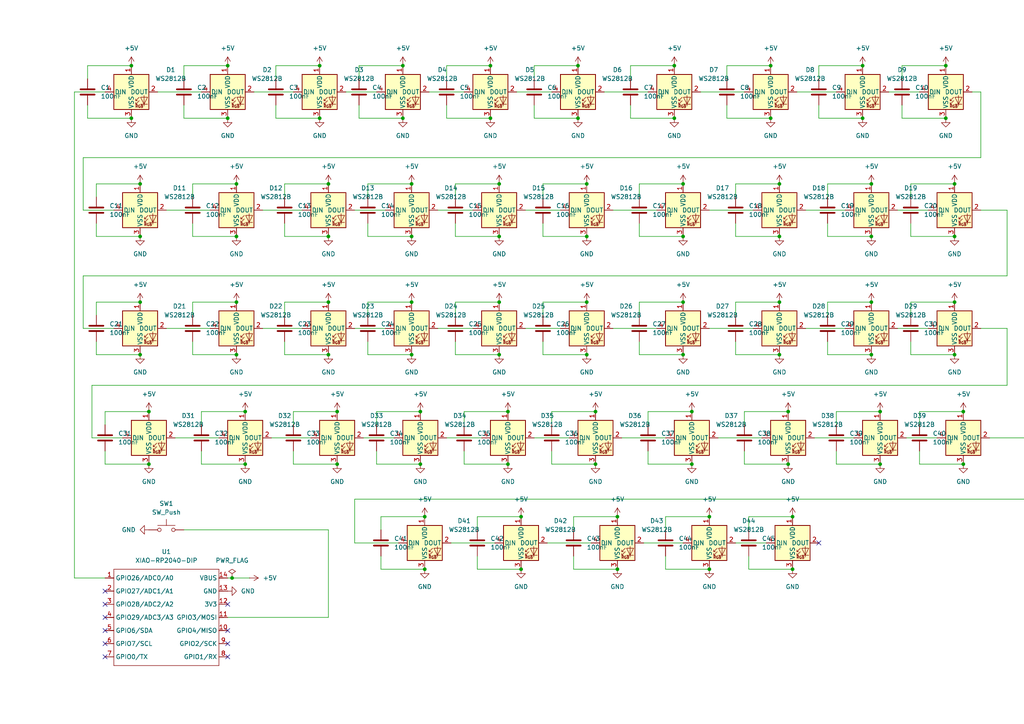
<source format=kicad_sch>
(kicad_sch (version 20250114) (generator "eeschema") (generator_version "9.0")
  (paper "A4")
  (junction (at 123.19 149.86))
  (junction (at 121.92 119.38))
  (junction (at 167.64 19.05))
  (junction (at 255.27 134.62))
  (junction (at 40.64 68.58))
  (junction (at 66.04 34.29))
  (junction (at 66.04 19.05))
  (junction (at 71.12 119.38))
  (junction (at 170.18 102.87))
  (junction (at 223.52 19.05))
  (junction (at 95.25 102.87))
  (junction (at 195.58 19.05))
  (junction (at 97.79 119.38))
  (junction (at 151.13 149.86))
  (junction (at 229.87 149.86))
  (junction (at 97.79 134.62))
  (junction (at 279.4 134.62))
  (junction (at 250.19 34.29))
  (junction (at 119.38 53.34))
  (junction (at 198.12 87.63))
  (junction (at 226.06 87.63))
  (junction (at 144.78 53.34))
  (junction (at 67.31 167.64))
  (junction (at 252.73 53.34))
  (junction (at 144.78 102.87))
  (junction (at 121.92 134.62))
  (junction (at 250.19 19.05))
  (junction (at 119.38 68.58))
  (junction (at 276.86 102.87))
  (junction (at 198.12 68.58))
  (junction (at 252.73 102.87))
  (junction (at 38.1 19.05))
  (junction (at 255.27 119.38))
  (junction (at 252.73 87.63))
  (junction (at 68.58 102.87))
  (junction (at 228.6 119.38))
  (junction (at 147.32 134.62))
  (junction (at 170.18 68.58))
  (junction (at 229.87 165.1))
  (junction (at 223.52 34.29))
  (junction (at 68.58 53.34))
  (junction (at 40.64 102.87))
  (junction (at 195.58 34.29))
  (junction (at 38.1 34.29))
  (junction (at 226.06 102.87))
  (junction (at 198.12 53.34))
  (junction (at 276.86 53.34))
  (junction (at 40.64 87.63))
  (junction (at 200.66 134.62))
  (junction (at 205.74 165.1))
  (junction (at 279.4 119.38))
  (junction (at 226.06 68.58))
  (junction (at 167.64 34.29))
  (junction (at 170.18 87.63))
  (junction (at 170.18 53.34))
  (junction (at 226.06 53.34))
  (junction (at 147.32 119.38))
  (junction (at 228.6 134.62))
  (junction (at 274.32 34.29))
  (junction (at 198.12 102.87))
  (junction (at 172.72 134.62))
  (junction (at 95.25 87.63))
  (junction (at 68.58 87.63))
  (junction (at 142.24 34.29))
  (junction (at 200.66 119.38))
  (junction (at 119.38 87.63))
  (junction (at 142.24 19.05))
  (junction (at 276.86 68.58))
  (junction (at 92.71 34.29))
  (junction (at 43.18 134.62))
  (junction (at 252.73 68.58))
  (junction (at 92.71 19.05))
  (junction (at 68.58 68.58))
  (junction (at 179.07 149.86))
  (junction (at 116.84 19.05))
  (junction (at 43.18 119.38))
  (junction (at 179.07 165.1))
  (junction (at 119.38 102.87))
  (junction (at 274.32 19.05))
  (junction (at 144.78 87.63))
  (junction (at 40.64 53.34))
  (junction (at 116.84 34.29))
  (junction (at 151.13 165.1))
  (junction (at 123.19 165.1))
  (junction (at 95.25 53.34))
  (junction (at 172.72 119.38))
  (junction (at 205.74 149.86))
  (junction (at 276.86 87.63))
  (junction (at 71.12 134.62))
  (junction (at 95.25 68.58))
  (junction (at 144.78 68.58))
  (no_connect (at 30.48 190.5))
  (no_connect (at 66.04 182.88))
  (no_connect (at 30.48 182.88))
  (no_connect (at 66.04 190.5))
  (no_connect (at 66.04 186.69))
  (no_connect (at 30.48 179.07))
  (no_connect (at 30.48 171.45))
  (no_connect (at 237.49 157.48))
  (no_connect (at 66.04 175.26))
  (no_connect (at 30.48 186.69))
  (no_connect (at 30.48 175.26))
  (wire (pts (xy 266.7 119.38) (xy 279.4 119.38)))
  (wire (pts (xy 45.72 26.67) (xy 58.42 26.67)))
  (wire (pts (xy 149.86 26.67) (xy 160.02 26.67)))
  (wire (pts (xy 26.67 127) (xy 35.56 127)))
  (wire (pts (xy 100.33 26.67) (xy 109.22 26.67)))
  (wire (pts (xy 261.62 19.05) (xy 274.32 19.05)))
  (wire (pts (xy 110.49 149.86) (xy 123.19 149.86)))
  (wire (pts (xy 160.02 123.19) (xy 160.02 119.38)))
  (wire (pts (xy 104.14 34.29) (xy 116.84 34.29)))
  (wire (pts (xy 157.48 99.06) (xy 157.48 102.87)))
  (wire (pts (xy 106.68 87.63) (xy 119.38 87.63)))
  (wire (pts (xy 82.55 68.58) (xy 95.25 68.58)))
  (wire (pts (xy 284.48 45.72) (xy 24.13 45.72)))
  (wire (pts (xy 213.36 57.15) (xy 213.36 53.34)))
  (wire (pts (xy 193.04 153.67) (xy 193.04 149.86)))
  (wire (pts (xy 297.18 144.78) (xy 102.87 144.78)))
  (wire (pts (xy 104.14 19.05) (xy 116.84 19.05)))
  (wire (pts (xy 132.08 57.15) (xy 132.08 53.34)))
  (wire (pts (xy 182.88 34.29) (xy 195.58 34.29)))
  (wire (pts (xy 292.1 60.96) (xy 292.1 80.01)))
  (wire (pts (xy 106.68 68.58) (xy 119.38 68.58)))
  (wire (pts (xy 213.36 87.63) (xy 226.06 87.63)))
  (wire (pts (xy 233.68 60.96) (xy 245.11 60.96)))
  (wire (pts (xy 185.42 53.34) (xy 198.12 53.34)))
  (wire (pts (xy 85.09 130.81) (xy 85.09 134.62)))
  (wire (pts (xy 160.02 134.62) (xy 172.72 134.62)))
  (wire (pts (xy 26.67 111.76) (xy 26.67 127)))
  (wire (pts (xy 182.88 30.48) (xy 182.88 34.29)))
  (wire (pts (xy 132.08 64.77) (xy 132.08 68.58)))
  (wire (pts (xy 106.68 91.44) (xy 106.68 87.63)))
  (wire (pts (xy 132.08 68.58) (xy 144.78 68.58)))
  (wire (pts (xy 193.04 165.1) (xy 205.74 165.1)))
  (wire (pts (xy 154.94 34.29) (xy 167.64 34.29)))
  (wire (pts (xy 266.7 123.19) (xy 266.7 119.38)))
  (wire (pts (xy 154.94 19.05) (xy 167.64 19.05)))
  (wire (pts (xy 78.74 127) (xy 90.17 127)))
  (wire (pts (xy 264.16 99.06) (xy 264.16 102.87)))
  (wire (pts (xy 264.16 57.15) (xy 264.16 53.34)))
  (wire (pts (xy 237.49 22.86) (xy 237.49 19.05)))
  (wire (pts (xy 55.88 99.06) (xy 55.88 102.87)))
  (wire (pts (xy 27.94 91.44) (xy 27.94 87.63)))
  (wire (pts (xy 166.37 153.67) (xy 166.37 149.86)))
  (wire (pts (xy 27.94 64.77) (xy 27.94 68.58)))
  (wire (pts (xy 85.09 123.19) (xy 85.09 119.38)))
  (wire (pts (xy 231.14 26.67) (xy 242.57 26.67)))
  (wire (pts (xy 134.62 123.19) (xy 134.62 119.38)))
  (wire (pts (xy 24.13 60.96) (xy 33.02 60.96)))
  (wire (pts (xy 260.35 60.96) (xy 269.24 60.96)))
  (wire (pts (xy 132.08 91.44) (xy 132.08 87.63)))
  (wire (pts (xy 25.4 19.05) (xy 38.1 19.05)))
  (wire (pts (xy 66.04 167.64) (xy 67.31 167.64)))
  (wire (pts (xy 106.68 102.87) (xy 119.38 102.87)))
  (wire (pts (xy 287.02 127) (xy 297.18 127)))
  (wire (pts (xy 257.81 26.67) (xy 266.7 26.67)))
  (wire (pts (xy 127 60.96) (xy 137.16 60.96)))
  (wire (pts (xy 80.01 30.48) (xy 80.01 34.29)))
  (wire (pts (xy 124.46 26.67) (xy 134.62 26.67)))
  (wire (pts (xy 154.94 127) (xy 165.1 127)))
  (wire (pts (xy 217.17 161.29) (xy 217.17 165.1)))
  (wire (pts (xy 138.43 161.29) (xy 138.43 165.1)))
  (wire (pts (xy 284.48 95.25) (xy 292.1 95.25)))
  (wire (pts (xy 237.49 19.05) (xy 250.19 19.05)))
  (wire (pts (xy 240.03 99.06) (xy 240.03 102.87)))
  (wire (pts (xy 186.69 157.48) (xy 198.12 157.48)))
  (wire (pts (xy 58.42 130.81) (xy 58.42 134.62)))
  (wire (pts (xy 109.22 134.62) (xy 121.92 134.62)))
  (wire (pts (xy 80.01 19.05) (xy 92.71 19.05)))
  (wire (pts (xy 102.87 144.78) (xy 102.87 157.48)))
  (wire (pts (xy 157.48 87.63) (xy 170.18 87.63)))
  (wire (pts (xy 261.62 34.29) (xy 274.32 34.29)))
  (wire (pts (xy 138.43 165.1) (xy 151.13 165.1)))
  (wire (pts (xy 215.9 123.19) (xy 215.9 119.38)))
  (wire (pts (xy 182.88 22.86) (xy 182.88 19.05)))
  (wire (pts (xy 264.16 102.87) (xy 276.86 102.87)))
  (wire (pts (xy 30.48 134.62) (xy 43.18 134.62)))
  (wire (pts (xy 215.9 134.62) (xy 228.6 134.62)))
  (wire (pts (xy 217.17 149.86) (xy 229.87 149.86)))
  (wire (pts (xy 154.94 30.48) (xy 154.94 34.29)))
  (wire (pts (xy 76.2 60.96) (xy 87.63 60.96)))
  (wire (pts (xy 24.13 95.25) (xy 33.02 95.25)))
  (wire (pts (xy 157.48 91.44) (xy 157.48 87.63)))
  (wire (pts (xy 240.03 91.44) (xy 240.03 87.63)))
  (wire (pts (xy 157.48 68.58) (xy 170.18 68.58)))
  (wire (pts (xy 185.42 57.15) (xy 185.42 53.34)))
  (wire (pts (xy 177.8 60.96) (xy 190.5 60.96)))
  (wire (pts (xy 210.82 19.05) (xy 223.52 19.05)))
  (wire (pts (xy 30.48 119.38) (xy 43.18 119.38)))
  (wire (pts (xy 240.03 87.63) (xy 252.73 87.63)))
  (wire (pts (xy 260.35 95.25) (xy 269.24 95.25)))
  (wire (pts (xy 106.68 99.06) (xy 106.68 102.87)))
  (wire (pts (xy 129.54 19.05) (xy 142.24 19.05)))
  (wire (pts (xy 240.03 53.34) (xy 252.73 53.34)))
  (wire (pts (xy 261.62 22.86) (xy 261.62 19.05)))
  (wire (pts (xy 264.16 87.63) (xy 276.86 87.63)))
  (wire (pts (xy 154.94 22.86) (xy 154.94 19.05)))
  (wire (pts (xy 182.88 19.05) (xy 195.58 19.05)))
  (wire (pts (xy 106.68 64.77) (xy 106.68 68.58)))
  (wire (pts (xy 242.57 134.62) (xy 255.27 134.62)))
  (wire (pts (xy 50.8 127) (xy 63.5 127)))
  (wire (pts (xy 48.26 60.96) (xy 60.96 60.96)))
  (wire (pts (xy 205.74 95.25) (xy 218.44 95.25)))
  (wire (pts (xy 237.49 34.29) (xy 250.19 34.29)))
  (wire (pts (xy 193.04 149.86) (xy 205.74 149.86)))
  (wire (pts (xy 27.94 102.87) (xy 40.64 102.87)))
  (wire (pts (xy 193.04 161.29) (xy 193.04 165.1)))
  (wire (pts (xy 85.09 134.62) (xy 97.79 134.62)))
  (wire (pts (xy 180.34 127) (xy 193.04 127)))
  (wire (pts (xy 208.28 127) (xy 220.98 127)))
  (wire (pts (xy 82.55 102.87) (xy 95.25 102.87)))
  (wire (pts (xy 80.01 22.86) (xy 80.01 19.05)))
  (wire (pts (xy 110.49 161.29) (xy 110.49 165.1)))
  (wire (pts (xy 102.87 60.96) (xy 111.76 60.96)))
  (wire (pts (xy 264.16 91.44) (xy 264.16 87.63)))
  (wire (pts (xy 284.48 60.96) (xy 292.1 60.96)))
  (wire (pts (xy 58.42 134.62) (xy 71.12 134.62)))
  (wire (pts (xy 53.34 22.86) (xy 53.34 19.05)))
  (wire (pts (xy 21.59 26.67) (xy 21.59 167.64)))
  (wire (pts (xy 132.08 53.34) (xy 144.78 53.34)))
  (wire (pts (xy 53.34 34.29) (xy 66.04 34.29)))
  (wire (pts (xy 27.94 57.15) (xy 27.94 53.34)))
  (wire (pts (xy 82.55 99.06) (xy 82.55 102.87)))
  (wire (pts (xy 187.96 123.19) (xy 187.96 119.38)))
  (wire (pts (xy 21.59 26.67) (xy 30.48 26.67)))
  (wire (pts (xy 205.74 60.96) (xy 218.44 60.96)))
  (wire (pts (xy 157.48 102.87) (xy 170.18 102.87)))
  (wire (pts (xy 217.17 153.67) (xy 217.17 149.86)))
  (wire (pts (xy 95.25 179.07) (xy 95.25 153.67)))
  (wire (pts (xy 109.22 123.19) (xy 109.22 119.38)))
  (wire (pts (xy 210.82 22.86) (xy 210.82 19.05)))
  (wire (pts (xy 48.26 95.25) (xy 60.96 95.25)))
  (wire (pts (xy 237.49 30.48) (xy 237.49 34.29)))
  (wire (pts (xy 21.59 167.64) (xy 30.48 167.64)))
  (wire (pts (xy 55.88 53.34) (xy 68.58 53.34)))
  (wire (pts (xy 106.68 53.34) (xy 119.38 53.34)))
  (wire (pts (xy 157.48 53.34) (xy 170.18 53.34)))
  (wire (pts (xy 240.03 102.87) (xy 252.73 102.87)))
  (wire (pts (xy 213.36 157.48) (xy 222.25 157.48)))
  (wire (pts (xy 27.94 99.06) (xy 27.94 102.87)))
  (wire (pts (xy 185.42 91.44) (xy 185.42 87.63)))
  (wire (pts (xy 102.87 157.48) (xy 115.57 157.48)))
  (wire (pts (xy 157.48 57.15) (xy 157.48 53.34)))
  (wire (pts (xy 82.55 91.44) (xy 82.55 87.63)))
  (wire (pts (xy 55.88 87.63) (xy 68.58 87.63)))
  (wire (pts (xy 67.31 167.64) (xy 72.39 167.64)))
  (wire (pts (xy 58.42 123.19) (xy 58.42 119.38)))
  (wire (pts (xy 284.48 26.67) (xy 284.48 45.72)))
  (wire (pts (xy 292.1 111.76) (xy 26.67 111.76)))
  (wire (pts (xy 66.04 179.07) (xy 95.25 179.07)))
  (wire (pts (xy 134.62 119.38) (xy 147.32 119.38)))
  (wire (pts (xy 25.4 22.86) (xy 25.4 19.05)))
  (wire (pts (xy 73.66 26.67) (xy 85.09 26.67)))
  (wire (pts (xy 110.49 165.1) (xy 123.19 165.1)))
  (wire (pts (xy 203.2 26.67) (xy 215.9 26.67)))
  (wire (pts (xy 213.36 102.87) (xy 226.06 102.87)))
  (wire (pts (xy 132.08 87.63) (xy 144.78 87.63)))
  (wire (pts (xy 166.37 165.1) (xy 179.07 165.1)))
  (wire (pts (xy 266.7 130.81) (xy 266.7 134.62)))
  (wire (pts (xy 127 95.25) (xy 137.16 95.25)))
  (wire (pts (xy 264.16 68.58) (xy 276.86 68.58)))
  (wire (pts (xy 109.22 119.38) (xy 121.92 119.38)))
  (wire (pts (xy 30.48 130.81) (xy 30.48 134.62)))
  (wire (pts (xy 138.43 149.86) (xy 151.13 149.86)))
  (wire (pts (xy 129.54 30.48) (xy 129.54 34.29)))
  (wire (pts (xy 80.01 34.29) (xy 92.71 34.29)))
  (wire (pts (xy 213.36 64.77) (xy 213.36 68.58)))
  (wire (pts (xy 213.36 68.58) (xy 226.06 68.58)))
  (wire (pts (xy 152.4 60.96) (xy 162.56 60.96)))
  (wire (pts (xy 292.1 80.01) (xy 24.13 80.01)))
  (wire (pts (xy 82.55 53.34) (xy 95.25 53.34)))
  (wire (pts (xy 240.03 64.77) (xy 240.03 68.58)))
  (wire (pts (xy 85.09 119.38) (xy 97.79 119.38)))
  (wire (pts (xy 129.54 127) (xy 139.7 127)))
  (wire (pts (xy 185.42 87.63) (xy 198.12 87.63)))
  (wire (pts (xy 166.37 161.29) (xy 166.37 165.1)))
  (wire (pts (xy 217.17 165.1) (xy 229.87 165.1)))
  (wire (pts (xy 215.9 130.81) (xy 215.9 134.62)))
  (wire (pts (xy 76.2 95.25) (xy 87.63 95.25)))
  (wire (pts (xy 55.88 91.44) (xy 55.88 87.63)))
  (wire (pts (xy 242.57 123.19) (xy 242.57 119.38)))
  (wire (pts (xy 55.88 64.77) (xy 55.88 68.58)))
  (wire (pts (xy 109.22 130.81) (xy 109.22 134.62)))
  (wire (pts (xy 24.13 80.01) (xy 24.13 95.25)))
  (wire (pts (xy 25.4 34.29) (xy 38.1 34.29)))
  (wire (pts (xy 185.42 102.87) (xy 198.12 102.87)))
  (wire (pts (xy 53.34 19.05) (xy 66.04 19.05)))
  (wire (pts (xy 166.37 149.86) (xy 179.07 149.86)))
  (wire (pts (xy 264.16 53.34) (xy 276.86 53.34)))
  (wire (pts (xy 130.81 157.48) (xy 143.51 157.48)))
  (wire (pts (xy 129.54 34.29) (xy 142.24 34.29)))
  (wire (pts (xy 261.62 30.48) (xy 261.62 34.29)))
  (wire (pts (xy 53.34 30.48) (xy 53.34 34.29)))
  (wire (pts (xy 187.96 130.81) (xy 187.96 134.62)))
  (wire (pts (xy 240.03 57.15) (xy 240.03 53.34)))
  (wire (pts (xy 215.9 119.38) (xy 228.6 119.38)))
  (wire (pts (xy 132.08 99.06) (xy 132.08 102.87)))
  (wire (pts (xy 236.22 127) (xy 247.65 127)))
  (wire (pts (xy 138.43 153.67) (xy 138.43 149.86)))
  (wire (pts (xy 262.89 127) (xy 271.78 127)))
  (wire (pts (xy 27.94 53.34) (xy 40.64 53.34)))
  (wire (pts (xy 157.48 64.77) (xy 157.48 68.58)))
  (wire (pts (xy 27.94 68.58) (xy 40.64 68.58)))
  (wire (pts (xy 102.87 95.25) (xy 111.76 95.25)))
  (wire (pts (xy 233.68 95.25) (xy 245.11 95.25)))
  (wire (pts (xy 106.68 57.15) (xy 106.68 53.34)))
  (wire (pts (xy 25.4 30.48) (xy 25.4 34.29)))
  (wire (pts (xy 82.55 87.63) (xy 95.25 87.63)))
  (wire (pts (xy 134.62 134.62) (xy 147.32 134.62)))
  (wire (pts (xy 175.26 26.67) (xy 187.96 26.67)))
  (wire (pts (xy 187.96 119.38) (xy 200.66 119.38)))
  (wire (pts (xy 210.82 34.29) (xy 223.52 34.29)))
  (wire (pts (xy 185.42 68.58) (xy 198.12 68.58)))
  (wire (pts (xy 242.57 130.81) (xy 242.57 134.62)))
  (wire (pts (xy 266.7 134.62) (xy 279.4 134.62)))
  (wire (pts (xy 281.94 26.67) (xy 284.48 26.67)))
  (wire (pts (xy 160.02 130.81) (xy 160.02 134.62)))
  (wire (pts (xy 185.42 64.77) (xy 185.42 68.58)))
  (wire (pts (xy 213.36 99.06) (xy 213.36 102.87)))
  (wire (pts (xy 55.88 57.15) (xy 55.88 53.34)))
  (wire (pts (xy 297.18 127) (xy 297.18 144.78)))
  (wire (pts (xy 210.82 30.48) (xy 210.82 34.29)))
  (wire (pts (xy 105.41 127) (xy 114.3 127)))
  (wire (pts (xy 53.34 153.67) (xy 95.25 153.67)))
  (wire (pts (xy 158.75 157.48) (xy 171.45 157.48)))
  (wire (pts (xy 104.14 30.48) (xy 104.14 34.29)))
  (wire (pts (xy 152.4 95.25) (xy 162.56 95.25)))
  (wire (pts (xy 129.54 22.86) (xy 129.54 19.05)))
  (wire (pts (xy 104.14 22.86) (xy 104.14 19.05)))
  (wire (pts (xy 134.62 130.81) (xy 134.62 134.62)))
  (wire (pts (xy 242.57 119.38) (xy 255.27 119.38)))
  (wire (pts (xy 55.88 102.87) (xy 68.58 102.87)))
  (wire (pts (xy 240.03 68.58) (xy 252.73 68.58)))
  (wire (pts (xy 292.1 95.25) (xy 292.1 111.76)))
  (wire (pts (xy 160.02 119.38) (xy 172.72 119.38)))
  (wire (pts (xy 27.94 87.63) (xy 40.64 87.63)))
  (wire (pts (xy 82.55 64.77) (xy 82.55 68.58)))
  (wire (pts (xy 132.08 102.87) (xy 144.78 102.87)))
  (wire (pts (xy 177.8 95.25) (xy 190.5 95.25)))
  (wire (pts (xy 82.55 57.15) (xy 82.55 53.34)))
  (wire (pts (xy 187.96 134.62) (xy 200.66 134.62)))
  (wire (pts (xy 30.48 123.19) (xy 30.48 119.38)))
  (wire (pts (xy 185.42 99.06) (xy 185.42 102.87)))
  (wire (pts (xy 110.49 153.67) (xy 110.49 149.86)))
  (wire (pts (xy 55.88 68.58) (xy 68.58 68.58)))
  (wire (pts (xy 24.13 45.72) (xy 24.13 60.96)))
  (wire (pts (xy 264.16 64.77) (xy 264.16 68.58)))
  (wire (pts (xy 213.36 53.34) (xy 226.06 53.34)))
  (wire (pts (xy 58.42 119.38) (xy 71.12 119.38)))
  (wire (pts (xy 213.36 91.44) (xy 213.36 87.63)))
  (symbol (lib_id "Device:C") (at 264.16 60.96 0) (unit 1)
    (property "Reference" "C20" (at 267.97 59.6899 0) (effects (justify left)))
    (property "Value" "100nF" (at 267.97 62.2299 0) (effects (justify left)))
    (property "Footprint" "Capacitor_SMD:C_0805_2012Metric" (effects (hide yes)))
    (property "Description" "Unpolarized capacitor" (effects (hide yes)))
  )
  (symbol (lib_id "Device:C") (at 185.42 95.25 0) (unit 1)
    (property "Reference" "C27" (at 189.23 93.9799 0) (effects (justify left)))
    (property "Value" "100nF" (at 189.23 96.5199 0) (effects (justify left)))
    (property "Footprint" "Capacitor_SMD:C_0805_2012Metric" (effects (hide yes)))
    (property "Description" "Unpolarized capacitor" (effects (hide yes)))
  )
  (symbol (lib_id "LED:WS2812B") (at 250.19 26.67 0) (unit 1)
    (property "Reference" "D9" (at 261.62 20.2498 0))
    (property "Value" "WS2812B" (at 261.62 22.7898 0))
    (property "Footprint" "LED_SMD:LED_WS2812B_PLCC4_5.0x5.0mm_P3.2mm" (effects (hide yes)))
    (property "Datasheet" "https://cdn-shop.adafruit.com/datasheets/WS2812B.pdf" (effects (hide yes)))
    (property "Description" "RGB LED with integrated controller" (effects (hide yes)))
  )
  (symbol (lib_id "LED:WS2812B") (at 255.27 127 0) (unit 1)
    (property "Reference" "D39" (at 266.7 120.5798 0))
    (property "Value" "WS2812B" (at 266.7 123.1198 0))
    (property "Footprint" "LED_SMD:LED_WS2812B_PLCC4_5.0x5.0mm_P3.2mm" (effects (hide yes)))
    (property "Datasheet" "https://cdn-shop.adafruit.com/datasheets/WS2812B.pdf" (effects (hide yes)))
    (property "Description" "RGB LED with integrated controller" (effects (hide yes)))
  )
  (symbol (lib_id "power:+5V") (at 195.58 19.05 0) (unit 1)
    (property "Reference" "#PWR034" (effects (hide yes)))
    (property "Value" "+5V" (at 195.58 13.97 0))
    (property "Description" "Power symbol creates a global label with name \"+5V\"" (effects (hide yes)))
  )
  (symbol (lib_id "Switch:SW_Push") (at 48.26 153.67 0) (unit 1)
    (property "Reference" "SW1" (at 48.26 146.05 0))
    (property "Value" "SW_Push" (at 48.26 148.59 0))
    (property "Footprint" "Button_Switch_THT:SW_PUSH_6mm" (effects (hide yes)))
    (property "Description" "Push button switch, generic, two pins" (effects (hide yes)))
  )
  (symbol (lib_id "power:GND") (at 38.1 34.29 0) (unit 1)
    (property "Reference" "#PWR023" (effects (hide yes)))
    (property "Value" "GND" (at 38.1 39.37 0))
    (property "Description" "Power symbol creates a global label with name \"GND\" , ground" (effects (hide yes)))
  )
  (symbol (lib_id "LED:WS2812B") (at 170.18 60.96 0) (unit 1)
    (property "Reference" "D16" (at 181.61 54.5398 0))
    (property "Value" "WS2812B" (at 181.61 57.0798 0))
    (property "Footprint" "LED_SMD:LED_WS2812B_PLCC4_5.0x5.0mm_P3.2mm" (effects (hide yes)))
    (property "Datasheet" "https://cdn-shop.adafruit.com/datasheets/WS2812B.pdf" (effects (hide yes)))
    (property "Description" "RGB LED with integrated controller" (effects (hide yes)))
  )
  (symbol (lib_id "Device:C") (at 193.04 157.48 0) (unit 1)
    (property "Reference" "C44" (at 196.85 156.2099 0) (effects (justify left)))
    (property "Value" "100nF" (at 196.85 158.7499 0) (effects (justify left)))
    (property "Footprint" "Capacitor_SMD:C_0805_2012Metric" (effects (hide yes)))
    (property "Description" "Unpolarized capacitor" (effects (hide yes)))
  )
  (symbol (lib_id "Device:C") (at 182.88 26.67 0) (unit 1)
    (property "Reference" "C7" (at 186.69 25.3999 0) (effects (justify left)))
    (property "Value" "100nF" (at 186.69 27.9399 0) (effects (justify left)))
    (property "Footprint" "Capacitor_SMD:C_0805_2012Metric" (effects (hide yes)))
    (property "Description" "Unpolarized capacitor" (effects (hide yes)))
  )
  (symbol (lib_id "Device:C") (at 82.55 60.96 0) (unit 1)
    (property "Reference" "C13" (at 86.36 59.6899 0) (effects (justify left)))
    (property "Value" "100nF" (at 86.36 62.2299 0) (effects (justify left)))
    (property "Footprint" "Capacitor_SMD:C_0805_2012Metric" (effects (hide yes)))
    (property "Description" "Unpolarized capacitor" (effects (hide yes)))
  )
  (symbol (lib_id "LED:WS2812B") (at 71.12 127 0) (unit 1)
    (property "Reference" "D32" (at 82.55 120.5798 0))
    (property "Value" "WS2812B" (at 82.55 123.1198 0))
    (property "Footprint" "LED_SMD:LED_WS2812B_PLCC4_5.0x5.0mm_P3.2mm" (effects (hide yes)))
    (property "Datasheet" "https://cdn-shop.adafruit.com/datasheets/WS2812B.pdf" (effects (hide yes)))
    (property "Description" "RGB LED with integrated controller" (effects (hide yes)))
  )
  (symbol (lib_id "power:GND") (at 252.73 68.58 0) (unit 1)
    (property "Reference" "#PWR059" (effects (hide yes)))
    (property "Value" "GND" (at 252.73 73.66 0))
    (property "Description" "Power symbol creates a global label with name \"GND\" , ground" (effects (hide yes)))
  )
  (symbol (lib_id "power:GND") (at 252.73 102.87 0) (unit 1)
    (property "Reference" "#PWR079" (effects (hide yes)))
    (property "Value" "GND" (at 252.73 107.95 0))
    (property "Description" "Power symbol creates a global label with name \"GND\" , ground" (effects (hide yes)))
  )
  (symbol (lib_id "Device:C") (at 237.49 26.67 0) (unit 1)
    (property "Reference" "C9" (at 241.3 25.3999 0) (effects (justify left)))
    (property "Value" "100nF" (at 241.3 27.9399 0) (effects (justify left)))
    (property "Footprint" "Capacitor_SMD:C_0805_2012Metric" (effects (hide yes)))
    (property "Description" "Unpolarized capacitor" (effects (hide yes)))
  )
  (symbol (lib_id "power:GND") (at 276.86 68.58 0) (unit 1)
    (property "Reference" "#PWR061" (effects (hide yes)))
    (property "Value" "GND" (at 276.86 73.66 0))
    (property "Description" "Power symbol creates a global label with name \"GND\" , ground" (effects (hide yes)))
  )
  (symbol (lib_id "power:GND") (at 68.58 68.58 0) (unit 1)
    (property "Reference" "#PWR045" (effects (hide yes)))
    (property "Value" "GND" (at 68.58 73.66 0))
    (property "Description" "Power symbol creates a global label with name \"GND\" , ground" (effects (hide yes)))
  )
  (symbol (lib_id "power:+5V") (at 151.13 149.86 0) (unit 1)
    (property "Reference" "#PWR0104" (effects (hide yes)))
    (property "Value" "+5V" (at 151.13 144.78 0))
    (property "Description" "Power symbol creates a global label with name \"+5V\"" (effects (hide yes)))
  )
  (symbol (lib_id "power:+5V") (at 170.18 87.63 0) (unit 1)
    (property "Reference" "#PWR072" (effects (hide yes)))
    (property "Value" "+5V" (at 170.18 82.55 0))
    (property "Description" "Power symbol creates a global label with name \"+5V\"" (effects (hide yes)))
  )
  (symbol (lib_id "LED:WS2812B") (at 226.06 60.96 0) (unit 1)
    (property "Reference" "D18" (at 237.49 54.5398 0))
    (property "Value" "WS2812B" (at 237.49 57.0798 0))
    (property "Footprint" "LED_SMD:LED_WS2812B_PLCC4_5.0x5.0mm_P3.2mm" (effects (hide yes)))
    (property "Datasheet" "https://cdn-shop.adafruit.com/datasheets/WS2812B.pdf" (effects (hide yes)))
    (property "Description" "RGB LED with integrated controller" (effects (hide yes)))
  )
  (symbol (lib_id "power:+5V") (at 252.73 87.63 0) (unit 1)
    (property "Reference" "#PWR078" (effects (hide yes)))
    (property "Value" "+5V" (at 252.73 82.55 0))
    (property "Description" "Power symbol creates a global label with name \"+5V\"" (effects (hide yes)))
  )
  (symbol (lib_id "Device:C") (at 264.16 95.25 0) (unit 1)
    (property "Reference" "C30" (at 267.97 93.9799 0) (effects (justify left)))
    (property "Value" "100nF" (at 267.97 96.5199 0) (effects (justify left)))
    (property "Footprint" "Capacitor_SMD:C_0805_2012Metric" (effects (hide yes)))
    (property "Description" "Unpolarized capacitor" (effects (hide yes)))
  )
  (symbol (lib_id "power:+5V") (at 142.24 19.05 0) (unit 1)
    (property "Reference" "#PWR030" (effects (hide yes)))
    (property "Value" "+5V" (at 142.24 13.97 0))
    (property "Description" "Power symbol creates a global label with name \"+5V\"" (effects (hide yes)))
  )
  (symbol (lib_id "power:GND") (at 123.19 165.1 0) (unit 1)
    (property "Reference" "#PWR0103" (effects (hide yes)))
    (property "Value" "GND" (at 123.19 170.18 0))
    (property "Description" "Power symbol creates a global label with name \"GND\" , ground" (effects (hide yes)))
  )
  (symbol (lib_id "power:GND") (at 95.25 68.58 0) (unit 1)
    (property "Reference" "#PWR047" (effects (hide yes)))
    (property "Value" "GND" (at 95.25 73.66 0))
    (property "Description" "Power symbol creates a global label with name \"GND\" , ground" (effects (hide yes)))
  )
  (symbol (lib_id "power:GND") (at 119.38 102.87 0) (unit 1)
    (property "Reference" "#PWR069" (effects (hide yes)))
    (property "Value" "GND" (at 119.38 107.95 0))
    (property "Description" "Power symbol creates a global label with name \"GND\" , ground" (effects (hide yes)))
  )
  (symbol (lib_id "Device:C") (at 166.37 157.48 0) (unit 1)
    (property "Reference" "C43" (at 170.18 156.2099 0) (effects (justify left)))
    (property "Value" "100nF" (at 170.18 158.7499 0) (effects (justify left)))
    (property "Footprint" "Capacitor_SMD:C_0805_2012Metric" (effects (hide yes)))
    (property "Description" "Unpolarized capacitor" (effects (hide yes)))
  )
  (symbol (lib_id "power:+5V") (at 38.1 19.05 0) (unit 1)
    (property "Reference" "#PWR022" (effects (hide yes)))
    (property "Value" "+5V" (at 38.1 13.97 0))
    (property "Description" "Power symbol creates a global label with name \"+5V\"" (effects (hide yes)))
  )
  (symbol (lib_id "Device:C") (at 55.88 60.96 0) (unit 1)
    (property "Reference" "C12" (at 59.69 59.6899 0) (effects (justify left)))
    (property "Value" "100nF" (at 59.69 62.2299 0) (effects (justify left)))
    (property "Footprint" "Capacitor_SMD:C_0805_2012Metric" (effects (hide yes)))
    (property "Description" "Unpolarized capacitor" (effects (hide yes)))
  )
  (symbol (lib_id "LED:WS2812B") (at 195.58 26.67 0) (unit 1)
    (property "Reference" "D7" (at 207.01 20.2498 0))
    (property "Value" "WS2812B" (at 207.01 22.7898 0))
    (property "Footprint" "LED_SMD:LED_WS2812B_PLCC4_5.0x5.0mm_P3.2mm" (effects (hide yes)))
    (property "Datasheet" "https://cdn-shop.adafruit.com/datasheets/WS2812B.pdf" (effects (hide yes)))
    (property "Description" "RGB LED with integrated controller" (effects (hide yes)))
  )
  (symbol (lib_id "power:+5V") (at 205.74 149.86 0) (unit 1)
    (property "Reference" "#PWR0108" (effects (hide yes)))
    (property "Value" "+5V" (at 205.74 144.78 0))
    (property "Description" "Power symbol creates a global label with name \"+5V\"" (effects (hide yes)))
  )
  (symbol (lib_id "Device:C") (at 110.49 157.48 0) (unit 1)
    (property "Reference" "C41" (at 114.3 156.2099 0) (effects (justify left)))
    (property "Value" "100nF" (at 114.3 158.7499 0) (effects (justify left)))
    (property "Footprint" "Capacitor_SMD:C_0805_2012Metric" (effects (hide yes)))
    (property "Description" "Unpolarized capacitor" (effects (hide yes)))
  )
  (symbol (lib_id "power:GND") (at 226.06 68.58 0) (unit 1)
    (property "Reference" "#PWR057" (effects (hide yes)))
    (property "Value" "GND" (at 226.06 73.66 0))
    (property "Description" "Power symbol creates a global label with name \"GND\" , ground" (effects (hide yes)))
  )
  (symbol (lib_id "power:+5V") (at 200.66 119.38 0) (unit 1)
    (property "Reference" "#PWR094" (effects (hide yes)))
    (property "Value" "+5V" (at 200.66 114.3 0))
    (property "Description" "Power symbol creates a global label with name \"+5V\"" (effects (hide yes)))
  )
  (symbol (lib_id "power:GND") (at 205.74 165.1 0) (unit 1)
    (property "Reference" "#PWR0109" (effects (hide yes)))
    (property "Value" "GND" (at 205.74 170.18 0))
    (property "Description" "Power symbol creates a global label with name \"GND\" , ground" (effects (hide yes)))
  )
  (symbol (lib_id "LED:WS2812B") (at 276.86 60.96 0) (unit 1)
    (property "Reference" "D20" (effects (hide yes)))
    (property "Value" "WS2812B" (effects (hide yes)))
    (property "Footprint" "LED_SMD:LED_WS2812B_PLCC4_5.0x5.0mm_P3.2mm" (effects (hide yes)))
    (property "Datasheet" "https://cdn-shop.adafruit.com/datasheets/WS2812B.pdf" (effects (hide yes)))
    (property "Description" "RGB LED with integrated controller" (effects (hide yes)))
  )
  (symbol (lib_id "power:GND") (at 250.19 34.29 0) (unit 1)
    (property "Reference" "#PWR039" (effects (hide yes)))
    (property "Value" "GND" (at 250.19 39.37 0))
    (property "Description" "Power symbol creates a global label with name \"GND\" , ground" (effects (hide yes)))
  )
  (symbol (lib_id "power:GND") (at 228.6 134.62 0) (unit 1)
    (property "Reference" "#PWR097" (effects (hide yes)))
    (property "Value" "GND" (at 228.6 139.7 0))
    (property "Description" "Power symbol creates a global label with name \"GND\" , ground" (effects (hide yes)))
  )
  (symbol (lib_id "Device:C") (at 157.48 60.96 0) (unit 1)
    (property "Reference" "C16" (at 161.29 59.6899 0) (effects (justify left)))
    (property "Value" "100nF" (at 161.29 62.2299 0) (effects (justify left)))
    (property "Footprint" "Capacitor_SMD:C_0805_2012Metric" (effects (hide yes)))
    (property "Description" "Unpolarized capacitor" (effects (hide yes)))
  )
  (symbol (lib_id "power:+5V") (at 274.32 19.05 0) (unit 1)
    (property "Reference" "#PWR040" (effects (hide yes)))
    (property "Value" "+5V" (at 274.32 13.97 0))
    (property "Description" "Power symbol creates a global label with name \"+5V\"" (effects (hide yes)))
  )
  (symbol (lib_id "Device:C") (at 27.94 95.25 0) (unit 1)
    (property "Reference" "C21" (at 31.75 93.9799 0) (effects (justify left)))
    (property "Value" "100nF" (at 31.75 96.5199 0) (effects (justify left)))
    (property "Footprint" "Capacitor_SMD:C_0805_2012Metric" (effects (hide yes)))
    (property "Description" "Unpolarized capacitor" (effects (hide yes)))
  )
  (symbol (lib_id "power:+5V") (at 68.58 87.63 0) (unit 1)
    (property "Reference" "#PWR064" (effects (hide yes)))
    (property "Value" "+5V" (at 68.58 82.55 0))
    (property "Description" "Power symbol creates a global label with name \"+5V\"" (effects (hide yes)))
  )
  (symbol (lib_id "power:+5V") (at 121.92 119.38 0) (unit 1)
    (property "Reference" "#PWR088" (effects (hide yes)))
    (property "Value" "+5V" (at 121.92 114.3 0))
    (property "Description" "Power symbol creates a global label with name \"+5V\"" (effects (hide yes)))
  )
  (symbol (lib_id "LED:WS2812B") (at 229.87 157.48 0) (unit 1)
    (property "Reference" "D45" (effects (hide yes)))
    (property "Value" "WS2812B" (effects (hide yes)))
    (property "Footprint" "LED_SMD:LED_WS2812B_PLCC4_5.0x5.0mm_P3.2mm" (effects (hide yes)))
    (property "Datasheet" "https://cdn-shop.adafruit.com/datasheets/WS2812B.pdf" (effects (hide yes)))
    (property "Description" "RGB LED with integrated controller" (effects (hide yes)))
  )
  (symbol (lib_id "power:GND") (at 200.66 134.62 0) (unit 1)
    (property "Reference" "#PWR095" (effects (hide yes)))
    (property "Value" "GND" (at 200.66 139.7 0))
    (property "Description" "Power symbol creates a global label with name \"GND\" , ground" (effects (hide yes)))
  )
  (symbol (lib_id "power:+5V") (at 172.72 119.38 0) (unit 1)
    (property "Reference" "#PWR092" (effects (hide yes)))
    (property "Value" "+5V" (at 172.72 114.3 0))
    (property "Description" "Power symbol creates a global label with name \"+5V\"" (effects (hide yes)))
  )
  (symbol (lib_id "power:+5V") (at 144.78 53.34 0) (unit 1)
    (property "Reference" "#PWR050" (effects (hide yes)))
    (property "Value" "+5V" (at 144.78 48.26 0))
    (property "Description" "Power symbol creates a global label with name \"+5V\"" (effects (hide yes)))
  )
  (symbol (lib_id "power:+5V") (at 95.25 53.34 0) (unit 1)
    (property "Reference" "#PWR046" (effects (hide yes)))
    (property "Value" "+5V" (at 95.25 48.26 0))
    (property "Description" "Power symbol creates a global label with name \"+5V\"" (effects (hide yes)))
  )
  (symbol (lib_id "LED:WS2812B") (at 119.38 95.25 0) (unit 1)
    (property "Reference" "D24" (at 130.81 88.8298 0))
    (property "Value" "WS2812B" (at 130.81 91.3698 0))
    (property "Footprint" "LED_SMD:LED_WS2812B_PLCC4_5.0x5.0mm_P3.2mm" (effects (hide yes)))
    (property "Datasheet" "https://cdn-shop.adafruit.com/datasheets/WS2812B.pdf" (effects (hide yes)))
    (property "Description" "RGB LED with integrated controller" (effects (hide yes)))
  )
  (symbol (lib_id "power:+5V") (at 255.27 119.38 0) (unit 1)
    (property "Reference" "#PWR098" (effects (hide yes)))
    (property "Value" "+5V" (at 255.27 114.3 0))
    (property "Description" "Power symbol creates a global label with name \"+5V\"" (effects (hide yes)))
  )
  (symbol (lib_id "LED:WS2812B") (at 92.71 26.67 0) (unit 1)
    (property "Reference" "D3" (at 104.14 20.2498 0))
    (property "Value" "WS2812B" (at 104.14 22.7898 0))
    (property "Footprint" "LED_SMD:LED_WS2812B_PLCC4_5.0x5.0mm_P3.2mm" (effects (hide yes)))
    (property "Datasheet" "https://cdn-shop.adafruit.com/datasheets/WS2812B.pdf" (effects (hide yes)))
    (property "Description" "RGB LED with integrated controller" (effects (hide yes)))
  )
  (symbol (lib_id "Device:C") (at 30.48 127 0) (unit 1)
    (property "Reference" "C31" (at 34.29 125.7299 0) (effects (justify left)))
    (property "Value" "100nF" (at 34.29 128.2699 0) (effects (justify left)))
    (property "Footprint" "Capacitor_SMD:C_0805_2012Metric" (effects (hide yes)))
    (property "Description" "Unpolarized capacitor" (effects (hide yes)))
  )
  (symbol (lib_id "Device:C") (at 185.42 60.96 0) (unit 1)
    (property "Reference" "C17" (at 189.23 59.6899 0) (effects (justify left)))
    (property "Value" "100nF" (at 189.23 62.2299 0) (effects (justify left)))
    (property "Footprint" "Capacitor_SMD:C_0805_2012Metric" (effects (hide yes)))
    (property "Description" "Unpolarized capacitor" (effects (hide yes)))
  )
  (symbol (lib_id "power:+5V") (at 276.86 87.63 0) (unit 1)
    (property "Reference" "#PWR080" (effects (hide yes)))
    (property "Value" "+5V" (at 276.86 82.55 0))
    (property "Description" "Power symbol creates a global label with name \"+5V\"" (effects (hide yes)))
  )
  (symbol (lib_id "LED:WS2812B") (at 274.32 26.67 0) (unit 1)
    (property "Reference" "D10" (effects (hide yes)))
    (property "Value" "WS2812B" (effects (hide yes)))
    (property "Footprint" "LED_SMD:LED_WS2812B_PLCC4_5.0x5.0mm_P3.2mm" (effects (hide yes)))
    (property "Datasheet" "https://cdn-shop.adafruit.com/datasheets/WS2812B.pdf" (effects (hide yes)))
    (property "Description" "RGB LED with integrated controller" (effects (hide yes)))
  )
  (symbol (lib_id "power:+5V") (at 40.64 87.63 0) (unit 1)
    (property "Reference" "#PWR062" (effects (hide yes)))
    (property "Value" "+5V" (at 40.64 82.55 0))
    (property "Description" "Power symbol creates a global label with name \"+5V\"" (effects (hide yes)))
  )
  (symbol (lib_id "LED:WS2812B") (at 252.73 60.96 0) (unit 1)
    (property "Reference" "D19" (at 264.16 54.5398 0))
    (property "Value" "WS2812B" (at 264.16 57.0798 0))
    (property "Footprint" "LED_SMD:LED_WS2812B_PLCC4_5.0x5.0mm_P3.2mm" (effects (hide yes)))
    (property "Datasheet" "https://cdn-shop.adafruit.com/datasheets/WS2812B.pdf" (effects (hide yes)))
    (property "Description" "RGB LED with integrated controller" (effects (hide yes)))
  )
  (symbol (lib_id "LED:WS2812B") (at 167.64 26.67 0) (unit 1)
    (property "Reference" "D6" (at 179.07 20.2498 0))
    (property "Value" "WS2812B" (at 179.07 22.7898 0))
    (property "Footprint" "LED_SMD:LED_WS2812B_PLCC4_5.0x5.0mm_P3.2mm" (effects (hide yes)))
    (property "Datasheet" "https://cdn-shop.adafruit.com/datasheets/WS2812B.pdf" (effects (hide yes)))
    (property "Description" "RGB LED with integrated controller" (effects (hide yes)))
  )
  (symbol (lib_id "power:GND") (at 92.71 34.29 0) (unit 1)
    (property "Reference" "#PWR027" (effects (hide yes)))
    (property "Value" "GND" (at 92.71 39.37 0))
    (property "Description" "Power symbol creates a global label with name \"GND\" , ground" (effects (hide yes)))
  )
  (symbol (lib_id "power:GND") (at 43.18 134.62 0) (unit 1)
    (property "Reference" "#PWR083" (effects (hide yes)))
    (property "Value" "GND" (at 43.18 139.7 0))
    (property "Description" "Power symbol creates a global label with name \"GND\" , ground" (effects (hide yes)))
  )
  (symbol (lib_id "LED:WS2812B") (at 123.19 157.48 0) (unit 1)
    (property "Reference" "D41" (at 134.62 151.0598 0))
    (property "Value" "WS2812B" (at 134.62 153.5998 0))
    (property "Footprint" "LED_SMD:LED_WS2812B_PLCC4_5.0x5.0mm_P3.2mm" (effects (hide yes)))
    (property "Datasheet" "https://cdn-shop.adafruit.com/datasheets/WS2812B.pdf" (effects (hide yes)))
    (property "Description" "RGB LED with integrated controller" (effects (hide yes)))
  )
  (symbol (lib_id "LED:WS2812B") (at 170.18 95.25 0) (unit 1)
    (property "Reference" "D26" (at 181.61 88.8298 0))
    (property "Value" "WS2812B" (at 181.61 91.3698 0))
    (property "Footprint" "LED_SMD:LED_WS2812B_PLCC4_5.0x5.0mm_P3.2mm" (effects (hide yes)))
    (property "Datasheet" "https://cdn-shop.adafruit.com/datasheets/WS2812B.pdf" (effects (hide yes)))
    (property "Description" "RGB LED with integrated controller" (effects (hide yes)))
  )
  (symbol (lib_id "power:GND") (at 195.58 34.29 0) (unit 1)
    (property "Reference" "#PWR035" (effects (hide yes)))
    (property "Value" "GND" (at 195.58 39.37 0))
    (property "Description" "Power symbol creates a global label with name \"GND\" , ground" (effects (hide yes)))
  )
  (symbol (lib_id "power:GND") (at 119.38 68.58 0) (unit 1)
    (property "Reference" "#PWR049" (effects (hide yes)))
    (property "Value" "GND" (at 119.38 73.66 0))
    (property "Description" "Power symbol creates a global label with name \"GND\" , ground" (effects (hide yes)))
  )
  (symbol (lib_id "power:GND") (at 167.64 34.29 0) (unit 1)
    (property "Reference" "#PWR033" (effects (hide yes)))
    (property "Value" "GND" (at 167.64 39.37 0))
    (property "Description" "Power symbol creates a global label with name \"GND\" , ground" (effects (hide yes)))
  )
  (symbol (lib_id "power:+5V") (at 226.06 53.34 0) (unit 1)
    (property "Reference" "#PWR056" (effects (hide yes)))
    (property "Value" "+5V" (at 226.06 48.26 0))
    (property "Description" "Power symbol creates a global label with name \"+5V\"" (effects (hide yes)))
  )
  (symbol (lib_id "LED:WS2812B") (at 40.64 60.96 0) (unit 1)
    (property "Reference" "D11" (at 52.07 54.5398 0))
    (property "Value" "WS2812B" (at 52.07 57.0798 0))
    (property "Footprint" "LED_SMD:LED_WS2812B_PLCC4_5.0x5.0mm_P3.2mm" (effects (hide yes)))
    (property "Datasheet" "https://cdn-shop.adafruit.com/datasheets/WS2812B.pdf" (effects (hide yes)))
    (property "Description" "RGB LED with integrated controller" (effects (hide yes)))
  )
  (symbol (lib_id "power:+5V") (at 223.52 19.05 0) (unit 1)
    (property "Reference" "#PWR036" (effects (hide yes)))
    (property "Value" "+5V" (at 223.52 13.97 0))
    (property "Description" "Power symbol creates a global label with name \"+5V\"" (effects (hide yes)))
  )
  (symbol (lib_id "Device:C") (at 106.68 60.96 0) (unit 1)
    (property "Reference" "C14" (at 110.49 59.6899 0) (effects (justify left)))
    (property "Value" "100nF" (at 110.49 62.2299 0) (effects (justify left)))
    (property "Footprint" "Capacitor_SMD:C_0805_2012Metric" (effects (hide yes)))
    (property "Description" "Unpolarized capacitor" (effects (hide yes)))
  )
  (symbol (lib_id "LED:WS2812B") (at 95.25 60.96 0) (unit 1)
    (property "Reference" "D13" (at 106.68 54.5398 0))
    (property "Value" "WS2812B" (at 106.68 57.0798 0))
    (property "Footprint" "LED_SMD:LED_WS2812B_PLCC4_5.0x5.0mm_P3.2mm" (effects (hide yes)))
    (property "Datasheet" "https://cdn-shop.adafruit.com/datasheets/WS2812B.pdf" (effects (hide yes)))
    (property "Description" "RGB LED with integrated controller" (effects (hide yes)))
  )
  (symbol (lib_id "Device:C") (at 129.54 26.67 0) (unit 1)
    (property "Reference" "C5" (at 133.35 25.3999 0) (effects (justify left)))
    (property "Value" "100nF" (at 133.35 27.9399 0) (effects (justify left)))
    (property "Footprint" "Capacitor_SMD:C_0805_2012Metric" (effects (hide yes)))
    (property "Description" "Unpolarized capacitor" (effects (hide yes)))
  )
  (symbol (lib_id "power:+5V") (at 66.04 19.05 0) (unit 1)
    (property "Reference" "#PWR024" (effects (hide yes)))
    (property "Value" "+5V" (at 66.04 13.97 0))
    (property "Description" "Power symbol creates a global label with name \"+5V\"" (effects (hide yes)))
  )
  (symbol (lib_id "power:+5V") (at 92.71 19.05 0) (unit 1)
    (property "Reference" "#PWR026" (effects (hide yes)))
    (property "Value" "+5V" (at 92.71 13.97 0))
    (property "Description" "Power symbol creates a global label with name \"+5V\"" (effects (hide yes)))
  )
  (symbol (lib_id "power:GND") (at 198.12 102.87 0) (unit 1)
    (property "Reference" "#PWR075" (effects (hide yes)))
    (property "Value" "GND" (at 198.12 107.95 0))
    (property "Description" "Power symbol creates a global label with name \"GND\" , ground" (effects (hide yes)))
  )
  (symbol (lib_id "power:+5V") (at 147.32 119.38 0) (unit 1)
    (property "Reference" "#PWR090" (effects (hide yes)))
    (property "Value" "+5V" (at 147.32 114.3 0))
    (property "Description" "Power symbol creates a global label with name \"+5V\"" (effects (hide yes)))
  )
  (symbol (lib_id "power:GND") (at 144.78 102.87 0) (unit 1)
    (property "Reference" "#PWR071" (effects (hide yes)))
    (property "Value" "GND" (at 144.78 107.95 0))
    (property "Description" "Power symbol creates a global label with name \"GND\" , ground" (effects (hide yes)))
  )
  (symbol (lib_id "power:GND") (at 229.87 165.1 0) (unit 1)
    (property "Reference" "#PWR0111" (effects (hide yes)))
    (property "Value" "GND" (at 229.87 170.18 0))
    (property "Description" "Power symbol creates a global label with name \"GND\" , ground" (effects (hide yes)))
  )
  (symbol (lib_id "Device:C") (at 157.48 95.25 0) (unit 1)
    (property "Reference" "C26" (at 161.29 93.9799 0) (effects (justify left)))
    (property "Value" "100nF" (at 161.29 96.5199 0) (effects (justify left)))
    (property "Footprint" "Capacitor_SMD:C_0805_2012Metric" (effects (hide yes)))
    (property "Description" "Unpolarized capacitor" (effects (hide yes)))
  )
  (symbol (lib_id "Device:C") (at 160.02 127 0) (unit 1)
    (property "Reference" "C36" (at 163.83 125.7299 0) (effects (justify left)))
    (property "Value" "100nF" (at 163.83 128.2699 0) (effects (justify left)))
    (property "Footprint" "Capacitor_SMD:C_0805_2012Metric" (effects (hide yes)))
    (property "Description" "Unpolarized capacitor" (effects (hide yes)))
  )
  (symbol (lib_id "Device:C") (at 240.03 60.96 0) (unit 1)
    (property "Reference" "C19" (at 243.84 59.6899 0) (effects (justify left)))
    (property "Value" "100nF" (at 243.84 62.2299 0) (effects (justify left)))
    (property "Footprint" "Capacitor_SMD:C_0805_2012Metric" (effects (hide yes)))
    (property "Description" "Unpolarized capacitor" (effects (hide yes)))
  )
  (symbol (lib_id "power:+5V") (at 170.18 53.34 0) (unit 1)
    (property "Reference" "#PWR052" (effects (hide yes)))
    (property "Value" "+5V" (at 170.18 48.26 0))
    (property "Description" "Power symbol creates a global label with name \"+5V\"" (effects (hide yes)))
  )
  (symbol (lib_id "power:GND") (at 142.24 34.29 0) (unit 1)
    (property "Reference" "#PWR031" (effects (hide yes)))
    (property "Value" "GND" (at 142.24 39.37 0))
    (property "Description" "Power symbol creates a global label with name \"GND\" , ground" (effects (hide yes)))
  )
  (symbol (lib_id "Device:C") (at 104.14 26.67 0) (unit 1)
    (property "Reference" "C4" (at 107.95 25.3999 0) (effects (justify left)))
    (property "Value" "100nF" (at 107.95 27.9399 0) (effects (justify left)))
    (property "Footprint" "Capacitor_SMD:C_0805_2012Metric" (effects (hide yes)))
    (property "Description" "Unpolarized capacitor" (effects (hide yes)))
  )
  (symbol (lib_id "power:+5V") (at 123.19 149.86 0) (unit 1)
    (property "Reference" "#PWR0102" (effects (hide yes)))
    (property "Value" "+5V" (at 123.19 144.78 0))
    (property "Description" "Power symbol creates a global label with name \"+5V\"" (effects (hide yes)))
  )
  (symbol (lib_id "Device:C") (at 82.55 95.25 0) (unit 1)
    (property "Reference" "C23" (at 86.36 93.9799 0) (effects (justify left)))
    (property "Value" "100nF" (at 86.36 96.5199 0) (effects (justify left)))
    (property "Footprint" "Capacitor_SMD:C_0805_2012Metric" (effects (hide yes)))
    (property "Description" "Unpolarized capacitor" (effects (hide yes)))
  )
  (symbol (lib_id "power:GND") (at 40.64 68.58 0) (unit 1)
    (property "Reference" "#PWR043" (effects (hide yes)))
    (property "Value" "GND" (at 40.64 73.66 0))
    (property "Description" "Power symbol creates a global label with name \"GND\" , ground" (effects (hide yes)))
  )
  (symbol (lib_id "Device:C") (at 213.36 60.96 0) (unit 1)
    (property "Reference" "C18" (at 217.17 59.6899 0) (effects (justify left)))
    (property "Value" "100nF" (at 217.17 62.2299 0) (effects (justify left)))
    (property "Footprint" "Capacitor_SMD:C_0805_2012Metric" (effects (hide yes)))
    (property "Description" "Unpolarized capacitor" (effects (hide yes)))
  )
  (symbol (lib_id "LED:WS2812B") (at 144.78 95.25 0) (unit 1)
    (property "Reference" "D25" (at 156.21 88.8298 0))
    (property "Value" "WS2812B" (at 156.21 91.3698 0))
    (property "Footprint" "LED_SMD:LED_WS2812B_PLCC4_5.0x5.0mm_P3.2mm" (effects (hide yes)))
    (property "Datasheet" "https://cdn-shop.adafruit.com/datasheets/WS2812B.pdf" (effects (hide yes)))
    (property "Description" "RGB LED with integrated controller" (effects (hide yes)))
  )
  (symbol (lib_id "power:GND") (at 274.32 34.29 0) (unit 1)
    (property "Reference" "#PWR041" (effects (hide yes)))
    (property "Value" "GND" (at 274.32 39.37 0))
    (property "Description" "Power symbol creates a global label with name \"GND\" , ground" (effects (hide yes)))
  )
  (symbol (lib_id "LED:WS2812B") (at 97.79 127 0) (unit 1)
    (property "Reference" "D33" (at 109.22 120.5798 0))
    (property "Value" "WS2812B" (at 109.22 123.1198 0))
    (property "Footprint" "LED_SMD:LED_WS2812B_PLCC4_5.0x5.0mm_P3.2mm" (effects (hide yes)))
    (property "Datasheet" "https://cdn-shop.adafruit.com/datasheets/WS2812B.pdf" (effects (hide yes)))
    (property "Description" "RGB LED with integrated controller" (effects (hide yes)))
  )
  (symbol (lib_id "Device:C") (at 138.43 157.48 0) (unit 1)
    (property "Reference" "C42" (at 142.24 156.2099 0) (effects (justify left)))
    (property "Value" "100nF" (at 142.24 158.7499 0) (effects (justify left)))
    (property "Footprint" "Capacitor_SMD:C_0805_2012Metric" (effects (hide yes)))
    (property "Description" "Unpolarized capacitor" (effects (hide yes)))
  )
  (symbol (lib_id "power:GND") (at 147.32 134.62 0) (unit 1)
    (property "Reference" "#PWR091" (effects (hide yes)))
    (property "Value" "GND" (at 147.32 139.7 0))
    (property "Description" "Power symbol creates a global label with name \"GND\" , ground" (effects (hide yes)))
  )
  (symbol (lib_id "Device:C") (at 240.03 95.25 0) (unit 1)
    (property "Reference" "C29" (at 243.84 93.9799 0) (effects (justify left)))
    (property "Value" "100nF" (at 243.84 96.5199 0) (effects (justify left)))
    (property "Footprint" "Capacitor_SMD:C_0805_2012Metric" (effects (hide yes)))
    (property "Description" "Unpolarized capacitor" (effects (hide yes)))
  )
  (symbol (lib_id "power:+5V") (at 228.6 119.38 0) (unit 1)
    (property "Reference" "#PWR096" (effects (hide yes)))
    (property "Value" "+5V" (at 228.6 114.3 0))
    (property "Description" "Power symbol creates a global label with name \"+5V\"" (effects (hide yes)))
  )
  (symbol (lib_id "Device:C") (at 53.34 26.67 0) (unit 1)
    (property "Reference" "C2" (at 57.15 25.3999 0) (effects (justify left)))
    (property "Value" "100nF" (at 57.15 27.9399 0) (effects (justify left)))
    (property "Footprint" "Capacitor_SMD:C_0805_2012Metric" (effects (hide yes)))
    (property "Description" "Unpolarized capacitor" (effects (hide yes)))
  )
  (symbol (lib_id "power:+5V") (at 72.39 167.64 270) (unit 1)
    (property "Reference" "#PWR020" (effects (hide yes)))
    (property "Value" "+5V" (at 76.2 167.64 90) (effects (justify left)))
    (property "Description" "Power symbol creates a global label with name \"+5V\"" (effects (hide yes)))
  )
  (symbol (lib_id "Device:C") (at 25.4 26.67 0) (unit 1)
    (property "Reference" "C1" (at 29.21 25.3999 0) (effects (justify left)))
    (property "Value" "100nF" (at 29.21 27.9399 0) (effects (justify left)))
    (property "Footprint" "Capacitor_SMD:C_0805_2012Metric" (effects (hide yes)))
    (property "Description" "Unpolarized capacitor" (effects (hide yes)))
  )
  (symbol (lib_id "power:GND") (at 121.92 134.62 0) (unit 1)
    (property "Reference" "#PWR089" (effects (hide yes)))
    (property "Value" "GND" (at 121.92 139.7 0))
    (property "Description" "Power symbol creates a global label with name \"GND\" , ground" (effects (hide yes)))
  )
  (symbol (lib_id "LED:WS2812B") (at 172.72 127 0) (unit 1)
    (property "Reference" "D36" (at 184.15 120.5798 0))
    (property "Value" "WS2812B" (at 184.15 123.1198 0))
    (property "Footprint" "LED_SMD:LED_WS2812B_PLCC4_5.0x5.0mm_P3.2mm" (effects (hide yes)))
    (property "Datasheet" "https://cdn-shop.adafruit.com/datasheets/WS2812B.pdf" (effects (hide yes)))
    (property "Description" "RGB LED with integrated controller" (effects (hide yes)))
  )
  (symbol (lib_id "LED:WS2812B") (at 228.6 127 0) (unit 1)
    (property "Reference" "D38" (at 240.03 120.5798 0))
    (property "Value" "WS2812B" (at 240.03 123.1198 0))
    (property "Footprint" "LED_SMD:LED_WS2812B_PLCC4_5.0x5.0mm_P3.2mm" (effects (hide yes)))
    (property "Datasheet" "https://cdn-shop.adafruit.com/datasheets/WS2812B.pdf" (effects (hide yes)))
    (property "Description" "RGB LED with integrated controller" (effects (hide yes)))
  )
  (symbol (lib_id "LED:WS2812B") (at 43.18 127 0) (unit 1)
    (property "Reference" "D31" (at 54.61 120.5798 0))
    (property "Value" "WS2812B" (at 54.61 123.1198 0))
    (property "Footprint" "LED_SMD:LED_WS2812B_PLCC4_5.0x5.0mm_P3.2mm" (effects (hide yes)))
    (property "Datasheet" "https://cdn-shop.adafruit.com/datasheets/WS2812B.pdf" (effects (hide yes)))
    (property "Description" "RGB LED with integrated controller" (effects (hide yes)))
  )
  (symbol (lib_id "power:GND") (at 276.86 102.87 0) (unit 1)
    (property "Reference" "#PWR081" (effects (hide yes)))
    (property "Value" "GND" (at 276.86 107.95 0))
    (property "Description" "Power symbol creates a global label with name \"GND\" , ground" (effects (hide yes)))
  )
  (symbol (lib_id "LED:WS2812B") (at 198.12 95.25 0) (unit 1)
    (property "Reference" "D27" (at 209.55 88.8298 0))
    (property "Value" "WS2812B" (at 209.55 91.3698 0))
    (property "Footprint" "LED_SMD:LED_WS2812B_PLCC4_5.0x5.0mm_P3.2mm" (effects (hide yes)))
    (property "Datasheet" "https://cdn-shop.adafruit.com/datasheets/WS2812B.pdf" (effects (hide yes)))
    (property "Description" "RGB LED with integrated controller" (effects (hide yes)))
  )
  (symbol (lib_id "power:GND") (at 95.25 102.87 0) (unit 1)
    (property "Reference" "#PWR067" (effects (hide yes)))
    (property "Value" "GND" (at 95.25 107.95 0))
    (property "Description" "Power symbol creates a global label with name \"GND\" , ground" (effects (hide yes)))
  )
  (symbol (lib_id "power:+5V") (at 250.19 19.05 0) (unit 1)
    (property "Reference" "#PWR038" (effects (hide yes)))
    (property "Value" "+5V" (at 250.19 13.97 0))
    (property "Description" "Power symbol creates a global label with name \"+5V\"" (effects (hide yes)))
  )
  (symbol (lib_id "LED:WS2812B") (at 121.92 127 0) (unit 1)
    (property "Reference" "D34" (at 133.35 120.5798 0))
    (property "Value" "WS2812B" (at 133.35 123.1198 0))
    (property "Footprint" "LED_SMD:LED_WS2812B_PLCC4_5.0x5.0mm_P3.2mm" (effects (hide yes)))
    (property "Datasheet" "https://cdn-shop.adafruit.com/datasheets/WS2812B.pdf" (effects (hide yes)))
    (property "Description" "RGB LED with integrated controller" (effects (hide yes)))
  )
  (symbol (lib_id "LED:WS2812B") (at 200.66 127 0) (unit 1)
    (property "Reference" "D37" (at 212.09 120.5798 0))
    (property "Value" "WS2812B" (at 212.09 123.1198 0))
    (property "Footprint" "LED_SMD:LED_WS2812B_PLCC4_5.0x5.0mm_P3.2mm" (effects (hide yes)))
    (property "Datasheet" "https://cdn-shop.adafruit.com/datasheets/WS2812B.pdf" (effects (hide yes)))
    (property "Description" "RGB LED with integrated controller" (effects (hide yes)))
  )
  (symbol (lib_id "power:GND") (at 170.18 102.87 0) (unit 1)
    (property "Reference" "#PWR073" (effects (hide yes)))
    (property "Value" "GND" (at 170.18 107.95 0))
    (property "Description" "Power symbol creates a global label with name \"GND\" , ground" (effects (hide yes)))
  )
  (symbol (lib_id "power:GND") (at 116.84 34.29 0) (unit 1)
    (property "Reference" "#PWR029" (effects (hide yes)))
    (property "Value" "GND" (at 116.84 39.37 0))
    (property "Description" "Power symbol creates a global label with name \"GND\" , ground" (effects (hide yes)))
  )
  (symbol (lib_id "LED:WS2812B") (at 119.38 60.96 0) (unit 1)
    (property "Reference" "D14" (at 130.81 54.5398 0))
    (property "Value" "WS2812B" (at 130.81 57.0798 0))
    (property "Footprint" "LED_SMD:LED_WS2812B_PLCC4_5.0x5.0mm_P3.2mm" (effects (hide yes)))
    (property "Datasheet" "https://cdn-shop.adafruit.com/datasheets/WS2812B.pdf" (effects (hide yes)))
    (property "Description" "RGB LED with integrated controller" (effects (hide yes)))
  )
  (symbol (lib_id "power:GND") (at 40.64 102.87 0) (unit 1)
    (property "Reference" "#PWR063" (effects (hide yes)))
    (property "Value" "GND" (at 40.64 107.95 0))
    (property "Description" "Power symbol creates a global label with name \"GND\" , ground" (effects (hide yes)))
  )
  (symbol (lib_id "power:+5V") (at 179.07 149.86 0) (unit 1)
    (property "Reference" "#PWR0106" (effects (hide yes)))
    (property "Value" "+5V" (at 179.07 144.78 0))
    (property "Description" "Power symbol creates a global label with name \"+5V\"" (effects (hide yes)))
  )
  (symbol (lib_id "Device:C") (at 187.96 127 0) (unit 1)
    (property "Reference" "C37" (at 191.77 125.7299 0) (effects (justify left)))
    (property "Value" "100nF" (at 191.77 128.2699 0) (effects (justify left)))
    (property "Footprint" "Capacitor_SMD:C_0805_2012Metric" (effects (hide yes)))
    (property "Description" "Unpolarized capacitor" (effects (hide yes)))
  )
  (symbol (lib_id "LED:WS2812B") (at 144.78 60.96 0) (unit 1)
    (property "Reference" "D15" (at 156.21 54.5398 0))
    (property "Value" "WS2812B" (at 156.21 57.0798 0))
    (property "Footprint" "LED_SMD:LED_WS2812B_PLCC4_5.0x5.0mm_P3.2mm" (effects (hide yes)))
    (property "Datasheet" "https://cdn-shop.adafruit.com/datasheets/WS2812B.pdf" (effects (hide yes)))
    (property "Description" "RGB LED with integrated controller" (effects (hide yes)))
  )
  (symbol (lib_id "LED:WS2812B") (at 198.12 60.96 0) (unit 1)
    (property "Reference" "D17" (at 209.55 54.5398 0))
    (property "Value" "WS2812B" (at 209.55 57.0798 0))
    (property "Footprint" "LED_SMD:LED_WS2812B_PLCC4_5.0x5.0mm_P3.2mm" (effects (hide yes)))
    (property "Datasheet" "https://cdn-shop.adafruit.com/datasheets/WS2812B.pdf" (effects (hide yes)))
    (property "Description" "RGB LED with integrated controller" (effects (hide yes)))
  )
  (symbol (lib_id "power:+5V") (at 43.18 119.38 0) (unit 1)
    (property "Reference" "#PWR082" (effects (hide yes)))
    (property "Value" "+5V" (at 43.18 114.3 0))
    (property "Description" "Power symbol creates a global label with name \"+5V\"" (effects (hide yes)))
  )
  (symbol (lib_id "power:GND") (at 172.72 134.62 0) (unit 1)
    (property "Reference" "#PWR093" (effects (hide yes)))
    (property "Value" "GND" (at 172.72 139.7 0))
    (property "Description" "Power symbol creates a global label with name \"GND\" , ground" (effects (hide yes)))
  )
  (symbol (lib_id "LED:WS2812B") (at 179.07 157.48 0) (unit 1)
    (property "Reference" "D43" (at 190.5 151.0598 0))
    (property "Value" "WS2812B" (at 190.5 153.5998 0))
    (property "Footprint" "LED_SMD:LED_WS2812B_PLCC4_5.0x5.0mm_P3.2mm" (effects (hide yes)))
    (property "Datasheet" "https://cdn-shop.adafruit.com/datasheets/WS2812B.pdf" (effects (hide yes)))
    (property "Description" "RGB LED with integrated controller" (effects (hide yes)))
  )
  (symbol (lib_id "power:GND") (at 170.18 68.58 0) (unit 1)
    (property "Reference" "#PWR053" (effects (hide yes)))
    (property "Value" "GND" (at 170.18 73.66 0))
    (property "Description" "Power symbol creates a global label with name \"GND\" , ground" (effects (hide yes)))
  )
  (symbol (lib_id "Device:C") (at 261.62 26.67 0) (unit 1)
    (property "Reference" "C10" (at 265.43 25.3999 0) (effects (justify left)))
    (property "Value" "100nF" (at 265.43 27.9399 0) (effects (justify left)))
    (property "Footprint" "Capacitor_SMD:C_0805_2012Metric" (effects (hide yes)))
    (property "Description" "Unpolarized capacitor" (effects (hide yes)))
  )
  (symbol (lib_id "LED:WS2812B") (at 252.73 95.25 0) (unit 1)
    (property "Reference" "D29" (at 264.16 88.8298 0))
    (property "Value" "WS2812B" (at 264.16 91.3698 0))
    (property "Footprint" "LED_SMD:LED_WS2812B_PLCC4_5.0x5.0mm_P3.2mm" (effects (hide yes)))
    (property "Datasheet" "https://cdn-shop.adafruit.com/datasheets/WS2812B.pdf" (effects (hide yes)))
    (property "Description" "RGB LED with integrated controller" (effects (hide yes)))
  )
  (symbol (lib_id "Device:C") (at 106.68 95.25 0) (unit 1)
    (property "Reference" "C24" (at 110.49 93.9799 0) (effects (justify left)))
    (property "Value" "100nF" (at 110.49 96.5199 0) (effects (justify left)))
    (property "Footprint" "Capacitor_SMD:C_0805_2012Metric" (effects (hide yes)))
    (property "Description" "Unpolarized capacitor" (effects (hide yes)))
  )
  (symbol (lib_id "power:+5V") (at 226.06 87.63 0) (unit 1)
    (property "Reference" "#PWR076" (effects (hide yes)))
    (property "Value" "+5V" (at 226.06 82.55 0))
    (property "Description" "Power symbol creates a global label with name \"+5V\"" (effects (hide yes)))
  )
  (symbol (lib_id "power:GND") (at 66.04 171.45 90) (unit 1)
    (property "Reference" "#PWR019" (effects (hide yes)))
    (property "Value" "GND" (at 69.85 171.4499 90) (effects (justify right)))
    (property "Description" "Power symbol creates a global label with name \"GND\" , ground" (effects (hide yes)))
  )
  (symbol (lib_id "Device:C") (at 210.82 26.67 0) (unit 1)
    (property "Reference" "C8" (at 214.63 25.3999 0) (effects (justify left)))
    (property "Value" "100nF" (at 214.63 27.9399 0) (effects (justify left)))
    (property "Footprint" "Capacitor_SMD:C_0805_2012Metric" (effects (hide yes)))
    (property "Description" "Unpolarized capacitor" (effects (hide yes)))
  )
  (symbol (lib_id "LED:WS2812B") (at 142.24 26.67 0) (unit 1)
    (property "Reference" "D5" (at 153.67 20.2498 0))
    (property "Value" "WS2812B" (at 153.67 22.7898 0))
    (property "Footprint" "LED_SMD:LED_WS2812B_PLCC4_5.0x5.0mm_P3.2mm" (effects (hide yes)))
    (property "Datasheet" "https://cdn-shop.adafruit.com/datasheets/WS2812B.pdf" (effects (hide yes)))
    (property "Description" "RGB LED with integrated controller" (effects (hide yes)))
  )
  (symbol (lib_id "power:+5V") (at 119.38 87.63 0) (unit 1)
    (property "Reference" "#PWR068" (effects (hide yes)))
    (property "Value" "+5V" (at 119.38 82.55 0))
    (property "Description" "Power symbol creates a global label with name \"+5V\"" (effects (hide yes)))
  )
  (symbol (lib_id "power:GND") (at 43.18 153.67 270) (unit 1)
    (property "Reference" "#PWR01" (effects (hide yes)))
    (property "Value" "GND" (at 39.37 153.6699 90) (effects (justify right)))
    (property "Description" "Power symbol creates a global label with name \"GND\" , ground" (effects (hide yes)))
  )
  (symbol (lib_id "LED:WS2812B") (at 40.64 95.25 0) (unit 1)
    (property "Reference" "D21" (at 52.07 88.8298 0))
    (property "Value" "WS2812B" (at 52.07 91.3698 0))
    (property "Footprint" "LED_SMD:LED_WS2812B_PLCC4_5.0x5.0mm_P3.2mm" (effects (hide yes)))
    (property "Datasheet" "https://cdn-shop.adafruit.com/datasheets/WS2812B.pdf" (effects (hide yes)))
    (property "Description" "RGB LED with integrated controller" (effects (hide yes)))
  )
  (symbol (lib_id "power:+5V") (at 68.58 53.34 0) (unit 1)
    (property "Reference" "#PWR044" (effects (hide yes)))
    (property "Value" "+5V" (at 68.58 48.26 0))
    (property "Description" "Power symbol creates a global label with name \"+5V\"" (effects (hide yes)))
  )
  (symbol (lib_id "power:GND") (at 223.52 34.29 0) (unit 1)
    (property "Reference" "#PWR037" (effects (hide yes)))
    (property "Value" "GND" (at 223.52 39.37 0))
    (property "Description" "Power symbol creates a global label with name \"GND\" , ground" (effects (hide yes)))
  )
  (symbol (lib_id "LED:WS2812B") (at 66.04 26.67 0) (unit 1)
    (property "Reference" "D2" (at 77.47 20.2498 0))
    (property "Value" "WS2812B" (at 77.47 22.7898 0))
    (property "Footprint" "LED_SMD:LED_WS2812B_PLCC4_5.0x5.0mm_P3.2mm" (effects (hide yes)))
    (property "Datasheet" "https://cdn-shop.adafruit.com/datasheets/WS2812B.pdf" (effects (hide yes)))
    (property "Description" "RGB LED with integrated controller" (effects (hide yes)))
  )
  (symbol (lib_id "LED:WS2812B") (at 68.58 95.25 0) (unit 1)
    (property "Reference" "D22" (at 80.01 88.8298 0))
    (property "Value" "WS2812B" (at 80.01 91.3698 0))
    (property "Footprint" "LED_SMD:LED_WS2812B_PLCC4_5.0x5.0mm_P3.2mm" (effects (hide yes)))
    (property "Datasheet" "https://cdn-shop.adafruit.com/datasheets/WS2812B.pdf" (effects (hide yes)))
    (property "Description" "RGB LED with integrated controller" (effects (hide yes)))
  )
  (symbol (lib_id "power:+5V") (at 144.78 87.63 0) (unit 1)
    (property "Reference" "#PWR070" (effects (hide yes)))
    (property "Value" "+5V" (at 144.78 82.55 0))
    (property "Description" "Power symbol creates a global label with name \"+5V\"" (effects (hide yes)))
  )
  (symbol (lib_id "LED:WS2812B") (at 279.4 127 0) (unit 1)
    (property "Reference" "D40" (effects (hide yes)))
    (property "Value" "WS2812B" (effects (hide yes)))
    (property "Footprint" "LED_SMD:LED_WS2812B_PLCC4_5.0x5.0mm_P3.2mm" (effects (hide yes)))
    (property "Datasheet" "https://cdn-shop.adafruit.com/datasheets/WS2812B.pdf" (effects (hide yes)))
    (property "Description" "RGB LED with integrated controller" (effects (hide yes)))
  )
  (symbol (lib_id "power:GND") (at 71.12 134.62 0) (unit 1)
    (property "Reference" "#PWR085" (effects (hide yes)))
    (property "Value" "GND" (at 71.12 139.7 0))
    (property "Description" "Power symbol creates a global label with name \"GND\" , ground" (effects (hide yes)))
  )
  (symbol (lib_id "power:+5V") (at 167.64 19.05 0) (unit 1)
    (property "Reference" "#PWR032" (effects (hide yes)))
    (property "Value" "+5V" (at 167.64 13.97 0))
    (property "Description" "Power symbol creates a global label with name \"+5V\"" (effects (hide yes)))
  )
  (symbol (lib_id "power:GND") (at 66.04 34.29 0) (unit 1)
    (property "Reference" "#PWR025" (effects (hide yes)))
    (property "Value" "GND" (at 66.04 39.37 0))
    (property "Description" "Power symbol creates a global label with name \"GND\" , ground" (effects (hide yes)))
  )
  (symbol (lib_id "power:GND") (at 97.79 134.62 0) (unit 1)
    (property "Reference" "#PWR087" (effects (hide yes)))
    (property "Value" "GND" (at 97.79 139.7 0))
    (property "Description" "Power symbol creates a global label with name \"GND\" , ground" (effects (hide yes)))
  )
  (symbol (lib_id "power:GND") (at 198.12 68.58 0) (unit 1)
    (property "Reference" "#PWR055" (effects (hide yes)))
    (property "Value" "GND" (at 198.12 73.66 0))
    (property "Description" "Power symbol creates a global label with name \"GND\" , ground" (effects (hide yes)))
  )
  (symbol (lib_id "power:GND") (at 179.07 165.1 0) (unit 1)
    (property "Reference" "#PWR0107" (effects (hide yes)))
    (property "Value" "GND" (at 179.07 170.18 0))
    (property "Description" "Power symbol creates a global label with name \"GND\" , ground" (effects (hide yes)))
  )
  (symbol (lib_id "Device:C") (at 134.62 127 0) (unit 1)
    (property "Reference" "C35" (at 138.43 125.7299 0) (effects (justify left)))
    (property "Value" "100nF" (at 138.43 128.2699 0) (effects (justify left)))
    (property "Footprint" "Capacitor_SMD:C_0805_2012Metric" (effects (hide yes)))
    (property "Description" "Unpolarized capacitor" (effects (hide yes)))
  )
  (symbol (lib_id "Device:C") (at 213.36 95.25 0) (unit 1)
    (property "Reference" "C28" (at 217.17 93.9799 0) (effects (justify left)))
    (property "Value" "100nF" (at 217.17 96.5199 0) (effects (justify left)))
    (property "Footprint" "Capacitor_SMD:C_0805_2012Metric" (effects (hide yes)))
    (property "Description" "Unpolarized capacitor" (effects (hide yes)))
  )
  (symbol (lib_id "OPL:XIAO-RP2040-DIP") (at 34.29 162.56 0) (unit 1)
    (property "Reference" "U1" (at 48.26 160.02 0))
    (property "Value" "XIAO-RP2040-DIP" (at 48.26 162.56 0))
    (property "Footprint" "OPL:XIAO-RP2040-DIP" (effects (hide yes)))
  )
  (symbol (lib_id "power:GND") (at 151.13 165.1 0) (unit 1)
    (property "Reference" "#PWR0105" (effects (hide yes)))
    (property "Value" "GND" (at 151.13 170.18 0))
    (property "Description" "Power symbol creates a global label with name \"GND\" , ground" (effects (hide yes)))
  )
  (symbol (lib_id "power:GND") (at 279.4 134.62 0) (unit 1)
    (property "Reference" "#PWR0101" (effects (hide yes)))
    (property "Value" "GND" (at 279.4 139.7 0))
    (property "Description" "Power symbol creates a global label with name \"GND\" , ground" (effects (hide yes)))
  )
  (symbol (lib_id "power:+5V") (at 116.84 19.05 0) (unit 1)
    (property "Reference" "#PWR028" (effects (hide yes)))
    (property "Value" "+5V" (at 116.84 13.97 0))
    (property "Description" "Power symbol creates a global label with name \"+5V\"" (effects (hide yes)))
  )
  (symbol (lib_id "power:+5V") (at 97.79 119.38 0) (unit 1)
    (property "Reference" "#PWR086" (effects (hide yes)))
    (property "Value" "+5V" (at 97.79 114.3 0))
    (property "Description" "Power symbol creates a global label with name \"+5V\"" (effects (hide yes)))
  )
  (symbol (lib_id "power:GND") (at 68.58 102.87 0) (unit 1)
    (property "Reference" "#PWR065" (effects (hide yes)))
    (property "Value" "GND" (at 68.58 107.95 0))
    (property "Description" "Power symbol creates a global label with name \"GND\" , ground" (effects (hide yes)))
  )
  (symbol (lib_id "power:+5V") (at 95.25 87.63 0) (unit 1)
    (property "Reference" "#PWR066" (effects (hide yes)))
    (property "Value" "+5V" (at 95.25 82.55 0))
    (property "Description" "Power symbol creates a global label with name \"+5V\"" (effects (hide yes)))
  )
  (symbol (lib_id "Device:C") (at 215.9 127 0) (unit 1)
    (property "Reference" "C38" (at 219.71 125.7299 0) (effects (justify left)))
    (property "Value" "100nF" (at 219.71 128.2699 0) (effects (justify left)))
    (property "Footprint" "Capacitor_SMD:C_0805_2012Metric" (effects (hide yes)))
    (property "Description" "Unpolarized capacitor" (effects (hide yes)))
  )
  (symbol (lib_id "Device:C") (at 27.94 60.96 0) (unit 1)
    (property "Reference" "C11" (at 31.75 59.6899 0) (effects (justify left)))
    (property "Value" "100nF" (at 31.75 62.2299 0) (effects (justify left)))
    (property "Footprint" "Capacitor_SMD:C_0805_2012Metric" (effects (hide yes)))
    (property "Description" "Unpolarized capacitor" (effects (hide yes)))
  )
  (symbol (lib_id "LED:WS2812B") (at 151.13 157.48 0) (unit 1)
    (property "Reference" "D42" (at 162.56 151.0598 0))
    (property "Value" "WS2812B" (at 162.56 153.5998 0))
    (property "Footprint" "LED_SMD:LED_WS2812B_PLCC4_5.0x5.0mm_P3.2mm" (effects (hide yes)))
    (property "Datasheet" "https://cdn-shop.adafruit.com/datasheets/WS2812B.pdf" (effects (hide yes)))
    (property "Description" "RGB LED with integrated controller" (effects (hide yes)))
  )
  (symbol (lib_id "Device:C") (at 55.88 95.25 0) (unit 1)
    (property "Reference" "C22" (at 59.69 93.9799 0) (effects (justify left)))
    (property "Value" "100nF" (at 59.69 96.5199 0) (effects (justify left)))
    (property "Footprint" "Capacitor_SMD:C_0805_2012Metric" (effects (hide yes)))
    (property "Description" "Unpolarized capacitor" (effects (hide yes)))
  )
  (symbol (lib_id "Device:C") (at 132.08 60.96 0) (unit 1)
    (property "Reference" "C15" (at 135.89 59.6899 0) (effects (justify left)))
    (property "Value" "100nF" (at 135.89 62.2299 0) (effects (justify left)))
    (property "Footprint" "Capacitor_SMD:C_0805_2012Metric" (effects (hide yes)))
    (property "Description" "Unpolarized capacitor" (effects (hide yes)))
  )
  (symbol (lib_id "power:+5V") (at 119.38 53.34 0) (unit 1)
    (property "Reference" "#PWR048" (effects (hide yes)))
    (property "Value" "+5V" (at 119.38 48.26 0))
    (property "Description" "Power symbol creates a global label with name \"+5V\"" (effects (hide yes)))
  )
  (symbol (lib_id "Device:C") (at 266.7 127 0) (unit 1)
    (property "Reference" "C40" (at 270.51 125.7299 0) (effects (justify left)))
    (property "Value" "100nF" (at 270.51 128.2699 0) (effects (justify left)))
    (property "Footprint" "Capacitor_SMD:C_0805_2012Metric" (effects (hide yes)))
    (property "Description" "Unpolarized capacitor" (effects (hide yes)))
  )
  (symbol (lib_id "Device:C") (at 58.42 127 0) (unit 1)
    (property "Reference" "C32" (at 62.23 125.7299 0) (effects (justify left)))
    (property "Value" "100nF" (at 62.23 128.2699 0) (effects (justify left)))
    (property "Footprint" "Capacitor_SMD:C_0805_2012Metric" (effects (hide yes)))
    (property "Description" "Unpolarized capacitor" (effects (hide yes)))
  )
  (symbol (lib_id "LED:WS2812B") (at 116.84 26.67 0) (unit 1)
    (property "Reference" "D4" (at 128.27 20.2498 0))
    (property "Value" "WS2812B" (at 128.27 22.7898 0))
    (property "Footprint" "LED_SMD:LED_WS2812B_PLCC4_5.0x5.0mm_P3.2mm" (effects (hide yes)))
    (property "Datasheet" "https://cdn-shop.adafruit.com/datasheets/WS2812B.pdf" (effects (hide yes)))
    (property "Description" "RGB LED with integrated controller" (effects (hide yes)))
  )
  (symbol (lib_id "power:+5V") (at 279.4 119.38 0) (unit 1)
    (property "Reference" "#PWR0100" (effects (hide yes)))
    (property "Value" "+5V" (at 279.4 114.3 0))
    (property "Description" "Power symbol creates a global label with name \"+5V\"" (effects (hide yes)))
  )
  (symbol (lib_id "power:+5V") (at 71.12 119.38 0) (unit 1)
    (property "Reference" "#PWR084" (effects (hide yes)))
    (property "Value" "+5V" (at 71.12 114.3 0))
    (property "Description" "Power symbol creates a global label with name \"+5V\"" (effects (hide yes)))
  )
  (symbol (lib_id "power:+5V") (at 198.12 53.34 0) (unit 1)
    (property "Reference" "#PWR054" (effects (hide yes)))
    (property "Value" "+5V" (at 198.12 48.26 0))
    (property "Description" "Power symbol creates a global label with name \"+5V\"" (effects (hide yes)))
  )
  (symbol (lib_id "power:+5V") (at 229.87 149.86 0) (unit 1)
    (property "Reference" "#PWR0110" (effects (hide yes)))
    (property "Value" "+5V" (at 229.87 144.78 0))
    (property "Description" "Power symbol creates a global label with name \"+5V\"" (effects (hide yes)))
  )
  (symbol (lib_id "Device:C") (at 85.09 127 0) (unit 1)
    (property "Reference" "C33" (at 88.9 125.7299 0) (effects (justify left)))
    (property "Value" "100nF" (at 88.9 128.2699 0) (effects (justify left)))
    (property "Footprint" "Capacitor_SMD:C_0805_2012Metric" (effects (hide yes)))
    (property "Description" "Unpolarized capacitor" (effects (hide yes)))
  )
  (symbol (lib_id "Device:C") (at 132.08 95.25 0) (unit 1)
    (property "Reference" "C25" (at 135.89 93.9799 0) (effects (justify left)))
    (property "Value" "100nF" (at 135.89 96.5199 0) (effects (justify left)))
    (property "Footprint" "Capacitor_SMD:C_0805_2012Metric" (effects (hide yes)))
    (property "Description" "Unpolarized capacitor" (effects (hide yes)))
  )
  (symbol (lib_id "power:+5V") (at 40.64 53.34 0) (unit 1)
    (property "Reference" "#PWR042" (effects (hide yes)))
    (property "Value" "+5V" (at 40.64 48.26 0))
    (property "Description" "Power symbol creates a global label with name \"+5V\"" (effects (hide yes)))
  )
  (symbol (lib_id "LED:WS2812B") (at 147.32 127 0) (unit 1)
    (property "Reference" "D35" (at 158.75 120.5798 0))
    (property "Value" "WS2812B" (at 158.75 123.1198 0))
    (property "Footprint" "LED_SMD:LED_WS2812B_PLCC4_5.0x5.0mm_P3.2mm" (effects (hide yes)))
    (property "Datasheet" "https://cdn-shop.adafruit.com/datasheets/WS2812B.pdf" (effects (hide yes)))
    (property "Description" "RGB LED with integrated controller" (effects (hide yes)))
  )
  (symbol (lib_id "Device:C") (at 80.01 26.67 0) (unit 1)
    (property "Reference" "C3" (at 83.82 25.3999 0) (effects (justify left)))
    (property "Value" "100nF" (at 83.82 27.9399 0) (effects (justify left)))
    (property "Footprint" "Capacitor_SMD:C_0805_2012Metric" (effects (hide yes)))
    (property "Description" "Unpolarized capacitor" (effects (hide yes)))
  )
  (symbol (lib_id "LED:WS2812B") (at 226.06 95.25 0) (unit 1)
    (property "Reference" "D28" (at 237.49 88.8298 0))
    (property "Value" "WS2812B" (at 237.49 91.3698 0))
    (property "Footprint" "LED_SMD:LED_WS2812B_PLCC4_5.0x5.0mm_P3.2mm" (effects (hide yes)))
    (property "Datasheet" "https://cdn-shop.adafruit.com/datasheets/WS2812B.pdf" (effects (hide yes)))
    (property "Description" "RGB LED with integrated controller" (effects (hide yes)))
  )
  (symbol (lib_id "power:GND") (at 226.06 102.87 0) (unit 1)
    (property "Reference" "#PWR077" (effects (hide yes)))
    (property "Value" "GND" (at 226.06 107.95 0))
    (property "Description" "Power symbol creates a global label with name \"GND\" , ground" (effects (hide yes)))
  )
  (symbol (lib_id "power:+5V") (at 198.12 87.63 0) (unit 1)
    (property "Reference" "#PWR074" (effects (hide yes)))
    (property "Value" "+5V" (at 198.12 82.55 0))
    (property "Description" "Power symbol creates a global label with name \"+5V\"" (effects (hide yes)))
  )
  (symbol (lib_id "LED:WS2812B") (at 276.86 95.25 0) (unit 1)
    (property "Reference" "D30" (effects (hide yes)))
    (property "Value" "WS2812B" (effects (hide yes)))
    (property "Footprint" "LED_SMD:LED_WS2812B_PLCC4_5.0x5.0mm_P3.2mm" (effects (hide yes)))
    (property "Datasheet" "https://cdn-shop.adafruit.com/datasheets/WS2812B.pdf" (effects (hide yes)))
    (property "Description" "RGB LED with integrated controller" (effects (hide yes)))
  )
  (symbol (lib_id "Device:C") (at 217.17 157.48 0) (unit 1)
    (property "Reference" "C45" (at 220.98 156.2099 0) (effects (justify left)))
    (property "Value" "100nF" (at 220.98 158.7499 0) (effects (justify left)))
    (property "Footprint" "Capacitor_SMD:C_0805_2012Metric" (effects (hide yes)))
    (property "Description" "Unpolarized capacitor" (effects (hide yes)))
  )
  (symbol (lib_id "Device:C") (at 109.22 127 0) (unit 1)
    (property "Reference" "C34" (at 113.03 125.7299 0) (effects (justify left)))
    (property "Value" "100nF" (at 113.03 128.2699 0) (effects (justify left)))
    (property "Footprint" "Capacitor_SMD:C_0805_2012Metric" (effects (hide yes)))
    (property "Description" "Unpolarized capacitor" (effects (hide yes)))
  )
  (symbol (lib_id "LED:WS2812B") (at 205.74 157.48 0) (unit 1)
    (property "Reference" "D44" (at 217.17 151.0598 0))
    (property "Value" "WS2812B" (at 217.17 153.5998 0))
    (property "Footprint" "LED_SMD:LED_WS2812B_PLCC4_5.0x5.0mm_P3.2mm" (effects (hide yes)))
    (property "Datasheet" "https://cdn-shop.adafruit.com/datasheets/WS2812B.pdf" (effects (hide yes)))
    (property "Description" "RGB LED with integrated controller" (effects (hide yes)))
  )
  (symbol (lib_id "power:PWR_FLAG") (at 67.31 167.64 0) (unit 1)
    (property "Reference" "#FLG01" (effects (hide yes)))
    (property "Value" "PWR_FLAG" (at 67.31 162.56 0))
    (property "Description" "Special symbol for telling ERC where power comes from" (effects (hide yes)))
  )
  (symbol (lib_id "LED:WS2812B") (at 95.25 95.25 0) (unit 1)
    (property "Reference" "D23" (at 106.68 88.8298 0))
    (property "Value" "WS2812B" (at 106.68 91.3698 0))
    (property "Footprint" "LED_SMD:LED_WS2812B_PLCC4_5.0x5.0mm_P3.2mm" (effects (hide yes)))
    (property "Datasheet" "https://cdn-shop.adafruit.com/datasheets/WS2812B.pdf" (effects (hide yes)))
    (property "Description" "RGB LED with integrated controller" (effects (hide yes)))
  )
  (symbol (lib_id "LED:WS2812B") (at 68.58 60.96 0) (unit 1)
    (property "Reference" "D12" (at 80.01 54.5398 0))
    (property "Value" "WS2812B" (at 80.01 57.0798 0))
    (property "Footprint" "LED_SMD:LED_WS2812B_PLCC4_5.0x5.0mm_P3.2mm" (effects (hide yes)))
    (property "Datasheet" "https://cdn-shop.adafruit.com/datasheets/WS2812B.pdf" (effects (hide yes)))
    (property "Description" "RGB LED with integrated controller" (effects (hide yes)))
  )
  (symbol (lib_id "power:+5V") (at 276.86 53.34 0) (unit 1)
    (property "Reference" "#PWR060" (effects (hide yes)))
    (property "Value" "+5V" (at 276.86 48.26 0))
    (property "Description" "Power symbol creates a global label with name \"+5V\"" (effects (hide yes)))
  )
  (symbol (lib_id "LED:WS2812B") (at 38.1 26.67 0) (unit 1)
    (property "Reference" "D1" (at 49.53 20.2498 0))
    (property "Value" "WS2812B" (at 49.53 22.7898 0))
    (property "Footprint" "LED_SMD:LED_WS2812B_PLCC4_5.0x5.0mm_P3.2mm" (effects (hide yes)))
    (property "Datasheet" "https://cdn-shop.adafruit.com/datasheets/WS2812B.pdf" (effects (hide yes)))
    (property "Description" "RGB LED with integrated controller" (effects (hide yes)))
  )
  (symbol (lib_id "power:+5V") (at 252.73 53.34 0) (unit 1)
    (property "Reference" "#PWR058" (effects (hide yes)))
    (property "Value" "+5V" (at 252.73 48.26 0))
    (property "Description" "Power symbol creates a global label with name \"+5V\"" (effects (hide yes)))
  )
  (symbol (lib_id "Device:C") (at 242.57 127 0) (unit 1)
    (property "Reference" "C39" (at 246.38 125.7299 0) (effects (justify left)))
    (property "Value" "100nF" (at 246.38 128.2699 0) (effects (justify left)))
    (property "Footprint" "Capacitor_SMD:C_0805_2012Metric" (effects (hide yes)))
    (property "Description" "Unpolarized capacitor" (effects (hide yes)))
  )
  (symbol (lib_id "Device:C") (at 154.94 26.67 0) (unit 1)
    (property "Reference" "C6" (at 158.75 25.3999 0) (effects (justify left)))
    (property "Value" "100nF" (at 158.75 27.9399 0) (effects (justify left)))
    (property "Footprint" "Capacitor_SMD:C_0805_2012Metric" (effects (hide yes)))
    (property "Description" "Unpolarized capacitor" (effects (hide yes)))
  )
  (symbol (lib_id "power:GND") (at 255.27 134.62 0) (unit 1)
    (property "Reference" "#PWR099" (effects (hide yes)))
    (property "Value" "GND" (at 255.27 139.7 0))
    (property "Description" "Power symbol creates a global label with name \"GND\" , ground" (effects (hide yes)))
  )
  (symbol (lib_id "power:GND") (at 144.78 68.58 0) (unit 1)
    (property "Reference" "#PWR051" (effects (hide yes)))
    (property "Value" "GND" (at 144.78 73.66 0))
    (property "Description" "Power symbol creates a global label with name \"GND\" , ground" (effects (hide yes)))
  )
  (symbol (lib_id "LED:WS2812B") (at 223.52 26.67 0) (unit 1)
    (property "Reference" "D8" (at 234.95 20.2498 0))
    (property "Value" "WS2812B" (at 234.95 22.7898 0))
    (property "Footprint" "LED_SMD:LED_WS2812B_PLCC4_5.0x5.0mm_P3.2mm" (effects (hide yes)))
    (property "Datasheet" "https://cdn-shop.adafruit.com/datasheets/WS2812B.pdf" (effects (hide yes)))
    (property "Description" "RGB LED with integrated controller" (effects (hide yes)))
  )
)
</source>
